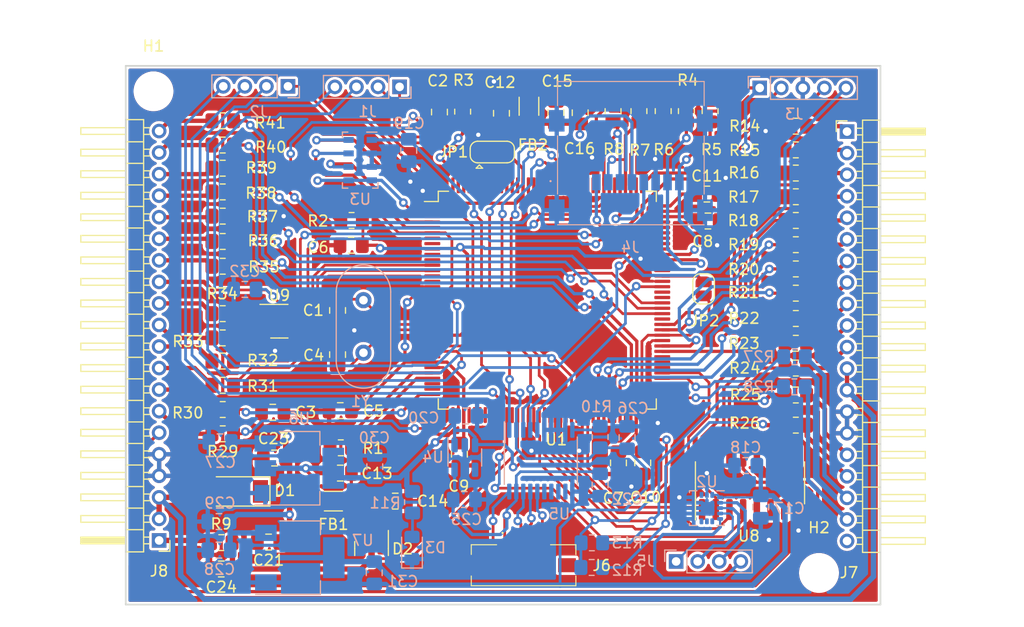
<source format=kicad_pcb>
(kicad_pcb (version 20221018) (generator pcbnew)
  (layers (0 "F.Cu" signal) (31 "B.Cu" signal) (34 "B.Paste" user) (35 "F.Paste" user) (36 "B.SilkS" user "B.Silkscreen") (37 "F.SilkS" user "F.Silkscreen") (38 "B.Mask" user) (39 "F.Mask" user) (44 "Edge.Cuts" user))
  (net 0 "")
  (net 1 "/IO/5V_IN")
  (net 2 "Net-(U1-PH0)")
  (net 3 "Net-(U1-VREF+)")
  (net 4 "/MCU/NRST")
  (net 5 "Net-(U1-PH1)")
  (net 6 "Net-(U1-VCAP1)")
  (net 7 "Net-(C15-Pad1)")
  (net 8 "+3.3VA")
  (net 9 "+5V")
  (net 10 "+1V8")
  (net 11 "/VBAT")
  (net 12 "Net-(U1-VCAP2)")
  (net 13 "/MCU/SWD_SWCLK")
  (net 14 "/MCU/SWD_SWDIO")
  (net 15 "/MCU/SDMMC1_D2")
  (net 16 "Net-(D3-A)")
  (net 17 "/MCU/SDMMC1_D3")
  (net 18 "/MCU/SDMMC1_CMD")
  (net 19 "+3V3")
  (net 20 "Net-(J6-Pin_3)")
  (net 21 "Net-(J6-Pin_4)")
  (net 22 "Net-(J6-Pin_5)")
  (net 23 "/MCU/SDMMC1_CLK")
  (net 24 "/MCU/SDMMC1_D0")
  (net 25 "Net-(J6-Pin_6)")
  (net 26 "Net-(J7-Pin_1)")
  (net 27 "GND")
  (net 28 "/MCU/SDMMC1_D1")
  (net 29 "/ESC1")
  (net 30 "/ESC2")
  (net 31 "/ESC3")
  (net 32 "Net-(J7-Pin_2)")
  (net 33 "Net-(J7-Pin_3)")
  (net 34 "Net-(J7-Pin_4)")
  (net 35 "Net-(J7-Pin_5)")
  (net 36 "Net-(J7-Pin_6)")
  (net 37 "/ESC4")
  (net 38 "/ESC5")
  (net 39 "Net-(J7-Pin_7)")
  (net 40 "/ESC6")
  (net 41 "/MCU/VDDA")
  (net 42 "/ESC7")
  (net 43 "/ESC8")
  (net 44 "/IO/R_LEDn")
  (net 45 "/IO/G_LEDn")
  (net 46 "Net-(J7-Pin_8)")
  (net 47 "/IO/B_LEDn")
  (net 48 "Net-(J7-Pin_9)")
  (net 49 "/CAN2_RX")
  (net 50 "/CAN2_TX")
  (net 51 "Net-(J7-Pin_10)")
  (net 52 "Net-(J7-Pin_11)")
  (net 53 "Net-(J7-Pin_16)")
  (net 54 "Net-(J7-Pin_17)")
  (net 55 "Net-(J7-Pin_18)")
  (net 56 "Net-(J7-Pin_19)")
  (net 58 "Net-(J8-Pin_7)")
  (net 59 "Net-(J8-Pin_8)")
  (net 60 "Net-(J8-Pin_9)")
  (net 61 "Net-(J8-Pin_10)")
  (net 62 "Net-(J8-Pin_11)")
  (net 63 "/IO/BAT")
  (net 64 "/IO/BUZZERn")
  (net 65 "Net-(J8-Pin_12)")
  (net 66 "Net-(J8-Pin_14)")
  (net 67 "Net-(J8-Pin_15)")
  (net 68 "Net-(J8-Pin_16)")
  (net 69 "Net-(J8-Pin_17)")
  (net 70 "Net-(J8-Pin_18)")
  (net 71 "/GPS_RX")
  (net 72 "/GPS_TX")
  (net 73 "/SWITCH1")
  (net 74 "/SWITCH2")
  (net 75 "/USB_DM")
  (net 76 "/SDA")
  (net 77 "Net-(J8-Pin_19)")
  (net 78 "Net-(J8-Pin_20)")
  (net 79 "Net-(JP1-C)")
  (net 80 "Net-(JP2-B)")
  (net 81 "Net-(U1-PDR_ON)")
  (net 82 "Net-(U5-OE)")
  (net 87 "/IO/USB_DM_IN")
  (net 90 "/USB_DP")
  (net 91 "/WATER_PUMP1")
  (net 92 "/FLOW_METER1")
  (net 93 "/SPARE_IO1")
  (net 94 "/SPARE_IO2")
  (net 96 "/CAN1_RX")
  (net 98 "/CAN1_TX")
  (net 112 "/BAR_SCK")
  (net 113 "/BAR_SDO")
  (net 115 "/BAR_SDI")
  (net 116 "/TRIGGER")
  (net 120 "/ECO")
  (net 121 "/MCU/UART7_RX")
  (net 122 "/MCU/SPI5_SCK")
  (net 123 "/MCU/SPI5_MISO")
  (net 124 "/MCU/SPI5_MOSI")
  (net 128 "/MCU/SPI6_SCK")
  (net 129 "/MCU/SPI2_MOSI")
  (net 130 "/MCU/SPI6_MOSI")
  (net 131 "/MCU/SPI2_MISO")
  (net 132 "/MCU/UART4_TX")
  (net 133 "/MCU/UART4_RX")
  (net 134 "/MCU/ADC1_INP3")
  (net 135 "/MCU/ADC1_INP4")
  (net 136 "/MCU/GPIO_PB0")
  (net 137 "/BAR_CSB")
  (net 138 "/MCU/GPIO_PB2")
  (net 139 "/MCU/UART7_TX")
  (net 140 "/MAVLINK_RX")
  (net 141 "/MAVLINK_TX")
  (net 142 "/IMU_CS")
  (net 143 "/MCU/UART6_TX")
  (net 144 "/MCU/UART6_RX")
  (net 145 "/MCU/SPI2_SCK")
  (net 146 "/IMU_SDI")
  (net 147 "/IMU_SDO")
  (net 148 "/IMU_SCL")
  (net 149 "/MCU/GPIO_PB3")
  (net 150 "/MCU/I2C1_SCL")
  (net 151 "/MCU/I2C1_SDA")
  (net 152 "/MCU/UART8_RX")
  (net 153 "/MCU/UART8_TX")
  (net 157 "/IO/USB_VCC")
  (net 158 "/Sensors/IMU_SDO")
  (net 159 "/Sensors/IMU_SDI")
  (net 160 "/Sensors/IMU_SCL")
  (net 161 "/MCU/TIM1_CH1")
  (net 162 "/Sensors/IMU_CS")
  (net 164 "/MCU/SPI6_MISO")
  (net 165 "Net-(#J1-Pin_1)")
  (net 167 "Net-(#J1-Pin_2)")
  (net 168 "Net-(#J1-Pin_3)")
  (net 170 "/R_LED")
  (net 171 "/G_LED")
  (net 172 "/B_LED")
  (net 173 "/BUZZER")
  (net 185 "/IO/USB_DP_IN")
  (net 186 "/MCU/GPIO_PG6")
  (net 187 "/MCU/GPIO_PG7")
  (net 188 "/SCL")
  (net 189 "/MCU/I2C2_SDA")
  (net 190 "/MCU/I2C2_SCL")
  (net 191 "/MCU/GPIO_PB4")
  (net 192 "/MCU/GPIO_PB5")
  (footprint "Resistor_SMD:R_0805_2012Metric_Pad1.20x1.40mm_HandSolder" (layer "F.Cu") (at 112.15 130.55)
    (fp_text reference "R25")
    (fp_text value "100R")
  )
  (footprint "Resistor_SMD:R_0805_2012Metric_Pad1.20x1.40mm_HandSolder" (layer "F.Cu") (at 112.15 133.35)
    (fp_text reference "R26")
    (fp_text value "100R")
  )
  (footprint "Resistor_SMD:R_0805_2012Metric_Pad1.20x1.40mm_HandSolder" (layer "F.Cu") (at 59 123 180)
    (fp_text reference "R34")
    (fp_text value "22R")
  )
  (footprint "Capacitor_SMD:C_0805_2012Metric_Pad1.18x1.45mm_HandSolder" (layer "F.Cu") (at 63.6375 132.15 180)
    (fp_text reference "C3")
    (fp_text value "1uF")
  )
  (footprint "Resistor_SMD:R_0805_2012Metric_Pad1.20x1.40mm_HandSolder" (layer "F.Cu") (at 112.15 128.05)
    (fp_text reference "R24")
    (fp_text value "100R")
  )
  (footprint "Resistor_SMD:R_0805_2012Metric_Pad1.20x1.40mm_HandSolder" (layer "F.Cu") (at 97.6 104.2 90)
    (fp_text reference "R7")
    (fp_text value "47K")
  )
  (footprint "Package_QFP:LQFP-144_20x20mm_P0.5mm" (layer "F.Cu") (at 89.1 121.75)
    (fp_text reference "U1")
    (fp_text value "STM32H743ZITx")
  )
  (footprint "Capacitor_SMD:C_0805_2012Metric_Pad1.18x1.45mm_HandSolder" (layer "F.Cu") (at 69.65 126.8 90)
    (fp_text reference "C4")
    (fp_text value "27pF")
  )
  (footprint "Jumper:SolderJumper-2_P1.3mm_Open_RoundedPad1.0x1.5mm" (layer "F.Cu") (at 103.6 120.7 90)
    (fp_text reference "JP2")
    (fp_text value "Jumper_2_Open")
  )
  (footprint "Resistor_SMD:R_0805_2012Metric_Pad1.20x1.40mm_HandSolder" (layer "F.Cu") (at 59 111.7 180)
    (fp_text reference "R38")
    (fp_text value "100R")
  )
  (footprint "Resistor_SMD:R_0805_2012Metric_Pad1.20x1.40mm_HandSolder" (layer "F.Cu") (at 95.2 104.2 90)
    (fp_text reference "R8")
    (fp_text value "10K")
  )
  (footprint "Package_TO_SOT_SMD:SOT-23" (layer "F.Cu") (at 72.8 144.8 -90)
    (fp_text reference "D2")
    (fp_text value "BAT54S")
  )
  (footprint "Resistor_SMD:R_0805_2012Metric_Pad1.20x1.40mm_HandSolder" (layer "F.Cu") (at 59 118.6 180)
    (fp_text reference "R35")
    (fp_text value "100R")
  )
  (footprint "MountingHole:MountingHole_3.2mm_M3" (layer "F.Cu") (at 52.578 102.362)
    (fp_text reference "H1")
    (fp_text value "MH")
  )
  (footprint "Connector_PinHeader_2.00mm:PinHeader_1x20_P2.00mm_Horizontal" (layer "F.Cu") (at 116.9 106.1)
    (fp_text reference "J7")
    (fp_text value "Conn_01x20")
  )
  (footprint "Resistor_SMD:R_0805_2012Metric_Pad1.20x1.40mm_HandSolder" (layer "F.Cu") (at 104.2 104.2 90)
    (fp_text reference "R5")
    (fp_text value "47K")
  )
  (footprint "Capacitor_SMD:C_0805_2012Metric_Pad1.18x1.45mm_HandSolder" (layer "F.Cu") (at 80.95 136.05 -90)
    (fp_text reference "C9")
    (fp_text value "0.1uF")
  )
  (footprint "Apogee:687108183722" (layer "F.Cu") (at 86.9 146.35)
    (fp_text reference "J6")
    (fp_text value "Conn_01x08" hide)
  )
  (footprint "Capacitor_SMD:C_0805_2012Metric_Pad1.18x1.45mm_HandSolder" (layer "F.Cu") (at 104 114.4)
    (fp_text reference "C8")
    (fp_text value "1uF")
  )
  (footprint "Connector_PinHeader_2.00mm:PinHeader_1x20_P2.00mm_Horizontal" (layer "F.Cu") (at 53.1 144.05 180)
    (fp_text reference "J8")
    (fp_text value "Conn_01x20")
  )
  (footprint "Capacitor_SMD:C_0805_2012Metric_Pad1.18x1.45mm_HandSolder" (layer "F.Cu") (at 63.25 144.2 180)
    (fp_text reference "C21")
    (fp_text value "22uF")
  )
  (footprint "Resistor_SMD:R_0805_2012Metric_Pad1.20x1.40mm_HandSolder" (layer "F.Cu") (at 112.15 121.1)
    (fp_text reference "R21")
    (fp_text value "100R")
  )
  (footprint "Resistor_SMD:R_0805_2012Metric_Pad1.20x1.40mm_HandSolder" (layer "F.Cu") (at 59 113.95 180)
    (fp_text reference "R37")
    (fp_text value "100R")
  )
  (footprint "Resistor_SMD:R_0805_2012Metric_Pad1.20x1.40mm_HandSolder" (layer "F.Cu") (at 59 109.5 180)
    (fp_text reference "R39")
    (fp_text value "100R")
  )
  (footprint "Capacitor_SMD:C_0805_2012Metric_Pad1.18x1.45mm_HandSolder" (layer "F.Cu") (at 63.8 136.4 180)
    (fp_text reference "C23")
    (fp_text value "22uF")
  )
  (footprint "Resistor_SMD:R_0805_2012Metric_Pad1.20x1.40mm_HandSolder" (layer "F.Cu") (at 69.95 135.45 180)
    (fp_text reference "R1")
    (fp_text value "47R")
  )
  (footprint "Capacitor_SMD:C_0805_2012Metric_Pad1.18x1.45mm_HandSolder" (layer "F.Cu") (at 58.8625 146.7 180)
    (fp_text reference "C24")
    (fp_text value "1uF")
  )
  (footprint "Resistor_SMD:R_0805_2012Metric_Pad1.20x1.40mm_HandSolder" (layer "F.Cu") (at 102 104.2 90)
    (fp_text reference "R4")
    (fp_text value "47K")
  )
  (footprint "Resistor_SMD:R_0805_2012Metric_Pad1.20x1.40mm_HandSolder" (layer "F.Cu") (at 59 129.65 180)
    (fp_text reference "R31")
    (fp_text value "100R")
  )
  (footprint "Resistor_SMD:R_0805_2012Metric_Pad1.20x1.40mm_HandSolder" (layer "F.Cu") (at 112.15 116.6)
    (fp_text reference "R19")
    (fp_text value "100R")
  )
  (footprint "Resistor_SMD:R_0805_2012Metric_Pad1.20x1.40mm_HandSolder" (layer "F.Cu") (at 112.15 125.75)
    (fp_text reference "R23")
    (fp_text value "100R")
  )
  (footprint "Jumper:SolderJumper-3_P1.3mm_Bridged12_RoundedPad1.0x1.5mm" (layer "F.Cu") (at 84 108)
    (fp_text reference "JP1")
    (fp_text value "Jumper_3_Bridged12")
  )
  (footprint "Resistor_SMD:R_0805_2012Metric_Pad1.20x1.40mm_HandSolder" (layer "F.Cu") (at 59 105.1 180)
    (fp_text reference "R41")
    (fp_text value "100R")
  )
  (footprint "Resistor_SMD:R_0805_2012Metric_Pad1.20x1.40mm_HandSolder" (layer "F.Cu") (at 99.85 104.2 90)
    (fp_text reference "R6")
    (fp_text value "47K")
  )
  (footprint "Capacitor_SMD:C_0805_2012Metric_Pad1.18x1.45mm_HandSolder" (layer "F.Cu") (at 84.85 104.4 90)
    (fp_text reference "C12")
    (fp_text value "0.1uF")
  )
  (footprint "Resistor_SMD:R_0805_2012Metric_Pad1.20x1.40mm_HandSolder" (layer "F.Cu") (at 112.15 109.95)
    (fp_text reference "R16")
    (fp_text value "100R")
  )
  (footprint "Resistor_SMD:R_0805_2012Metric_Pad1.20x1.40mm_HandSolder" (layer "F.Cu") (at 59 107.35 180)
    (fp_text reference "R40")
    (fp_text value "100R")
  )
  (footprint "Package_SO:SOIC-16_3.9x9.9mm_P1.27mm" (layer "F.Cu") (at 107.9 138.7 90)
    (fp_text reference "U8")
    (fp_text value "ULN2003")
  )
  (footprint "Resistor_SMD:R_0805_2012Metric_Pad1.20x1.40mm_HandSolder" (layer "F.Cu") (at 70.95 114.35)
    (fp_text reference "R2")
    (fp_text value "10K")
  )
  (footprint "Capacitor_SMD:C_0805_2012Metric_Pad1.18x1.45mm_HandSolder" (layer "F.Cu") (at 92.15 104.35 90)
    (fp_text reference "C16")
    (fp_text value "0.1uF")
  )
  (footprint "Inductor_SMD:L_1206_3216Metric_Pad1.22x1.90mm_HandSolder" (layer "F.Cu") (at 69.2625 140.4 180)
    (fp_text reference "FB1")
    (fp_text value "FerriteBead")
  )
  (footprint "Resistor_SMD:R_0805_2012Metric_Pad1.20x1.40mm_HandSolder" (layer "F.Cu") (at 59 134.15 180)
    (fp_text reference "R29")
    (fp_text value "100R")
  )
  (footprint "Resistor_SMD:R_0805_2012Metric_Pad1.20x1.40mm_HandSolder" (layer "F.Cu") (at 112.15 107.8)
    (fp_text reference "R15")
    (fp_text value "100R")
  )
  (footprint "Capacitor_SMD:C_0805_2012Metric_Pad1.18x1.45mm_HandSolder" (layer "F.Cu") (at 103.9 111.9)
    (fp_text reference "C11")
    (fp_text value "0.1uF")
  )
  (footprint "Capacitor_SMD:C_0805_2012Metric_Pad1.18x1.45mm_HandSolder" (layer "F.Cu") (at 70.9125 116.65 180)
    (fp_text reference "C6")
    (fp_text value "0.1uF")
  )
  (footprint "Capacitor_SMD:C_0805_2012Metric_Pad1.18x1.45mm_HandSolder" (layer "F.Cu") (at 69.65 122.7 -90)
    (fp_text reference "C1")
    (fp_text value "27pF")
  )
  (footprint "Capacitor_SMD:C_0805_2012Metric_Pad1.18x1.45mm_HandSolder" (layer "F.Cu") (at 69.9 132 180)
    (fp_text reference "C5")
    (fp_text value "0.1uF")
  )
  (footprint "Resistor_SMD:R_0805_2012Metric_Pad1.20x1.40mm_HandSolder" (layer "F.Cu") (at 58.8625 144.25)
    (fp_text reference "R9")
    (fp_text value "100E")
  )
  (footprint "Resistor_SMD:R_0805_2012Metric_Pad1.20x1.40mm_HandSolder" (layer "F.Cu") (at 112.15 112.15)
    (fp_text reference "R17")
    (fp_text value "100R")
  )
  (footprint "Resistor_SMD:R_0805_2012Metric_Pad1.20x1.40mm_HandSolder" (layer "F.Cu") (at 59 116.3 180)
    (fp_text reference "R36")
    (fp_text value "100R")
  )
  (footprint "Package_TO_SOT_SMD:SOT-23-6" (layer "F.Cu") (at 64.25 123.7)
    (fp_text reference "U9")
    (fp_text value "USBLC6-2SC6")
  )
  (footprint "MountingHole:MountingHole_3.2mm_M3" (layer "F.Cu") (at 114.3 147.066)
    (fp_text reference "H2")
    (fp_text value "MH")
  )
  (footprint "Resistor_SMD:R_0805_2012Metric_Pad1.20x1.40mm_HandSolder" (layer "F.Cu") (at 112.15 105.6)
    (fp_text reference "R14")
    (fp_text value "100R")
  )
  (footprint "Resistor_SMD:R_0805_2012Metric_Pad1.20x1.40mm_HandSolder" (layer "F.Cu") (at 112.15 114.35)
    (fp_text reference "R18")
    (fp_text value "100R")
  )
  (footprint "Diode_SMD:D_SOD-128" (layer "F.Cu") (at 60.3 139.5 180)
    (fp_text reference "D1")
    (fp_text value "PMEG6030EP")
  )
  (footprint "Resistor_SMD:R_0805_2012Metric_Pad1.20x1.40mm_HandSolder" (layer "F.Cu") (at 59 125.25 180)
    (fp_text reference "R33")
    (fp_text value "22R")
  )
  (footprint "Resistor_SMD:R_0805_2012Metric_Pad1.20x1.40mm_HandSolder" (layer "F.Cu") (at 112.15 123.45)
    (fp_text reference "R22")
    (fp_text value "100R")
  )
  (footprint "Capacitor_SMD:C_0805_2012Metric_Pad1.18x1.45mm_HandSolder" (layer "F.Cu") (at 95.7 136.85 -90)
    (fp_text reference "C7")
    (fp_text value "1uF")
  )
  (footprint "Resistor_SMD:R_0805_2012Metric_Pad1.20x1.40mm_HandSolder" (layer "F.Cu") (at 112.15 118.85)
    (fp_text reference "R20")
    (fp_text value "100R")
  )
  (footprint "Capacitor_SMD:C_0805_2012Metric_Pad1.18x1.45mm_HandSolder" (layer "F.Cu") (at 89.9 104.3375 90)
    (fp_text reference "C15")
    (fp_text value "22uF")
  )
  (footprint "Resistor_SMD:R_0805_2012Metric_Pad1.20x1.40mm_HandSolder" (layer "F.Cu") (at 81.25 104.25 -90)
    (fp_text reference "R3")
    (fp_text value "10K")
  )
  (footprint "Capacitor_SMD:C_0805_2012Metric_Pad1.18x1.45mm_HandSolder" (layer "F.Cu") (at 97.95 136.85 -90)
    (fp_text reference "C10")
    (fp_text value "0.1uF")
  )
  (footprint "Capacitor_SMD:C_0805_2012Metric_Pad1.18x1.45mm_HandSolder" (layer "F.Cu") (at 79.1 104.2875 90)
    (fp_text reference "C2")
    (fp_text value "0.1uF")
  )
  (footprint "Resistor_SMD:R_0805_2012Metric_Pad1.20x1.40mm_HandSolder" (layer "F.Cu") (at 59 131.9 180)
    (fp_text reference "R30")
    (fp_text value "100R")
  )
  (footprint "Resistor_SMD:R_0805_2012Metric_Pad1.20x1.40mm_HandSolder" (layer "F.Cu") (at 59 127.4 180)
    (fp_text reference "R32")
    (fp_text value "100R")
  )
  (footprint "Capacitor_SMD:C_0805_2012Metric_Pad1.18x1.45mm_HandSolder" (layer "F.Cu") (at 69.9 137.8 180)
    (fp_text reference "C13")
    (fp_text value "0.1uF")
  )
  (footprint "Inductor_SMD:L_1206_3216Metric_Pad1.22x1.90mm_HandSolder" (layer "F.Cu") (at 87.4 103.75 -90)
    (fp_text reference "FB2")
    (fp_text value "FerriteBead")
  )
  (footprint "Capacitor_SMD:C_0805_2012Metric_Pad1.18x1.45mm_HandSolder" (layer "F.Cu") (at 75 140.4)
    (fp_text reference "C14")
    (fp_text value "1uF")
  )
  (footprint "Connector_PinHeader_2.00mm:PinHeader_1x05_P2.00mm_Vertical" (layer "B.Cu") (at 108.8 102.05 -90)
    (fp_text reference "J3")
    (fp_text value "Conn_01x05")
  )
  (footprint "Resistor_SMD:R_0805_2012Metric_Pad1.20x1.40mm_HandSolder" (layer "B.Cu") (at 93.234 144.272 180)
    (fp_text reference "R13")
    (fp_text value "10K")
  )
  (footprint "Connector_PinHeader_2.00mm:PinHeader_1x04_P2.00mm_Vertical" (layer "B.Cu") (at 65.05 101.9 90)
    (fp_text reference "J2")
    (fp_text value "Conn_01x04")
  )
  (footprint "Capacitor_SMD:C_0805_2012Metric_Pad1.18x1.45mm_HandSolder" (layer "B.Cu") (at 107.5 137.1 180)
    (fp_text reference "C18")
    (fp_text value "0.1uF")
  )
  (footprint "Capacitor_SMD:C_0805_2012Metric_Pad1.18x1.45mm_HandSolder" (layer "B.Cu") (at 61.05 120.75 180)
    (fp_text reference "C32")
    (fp_text value "0.1uF")
  )
  (footprint "Capacitor_SMD:C_0805_2012Metric_Pad1.18x1.45mm_HandSolder" (layer "B.Cu") (at 58.65 142.3 180)
    (fp_text reference "C29")
    (fp_text value "0.1uF")
  )
  (footprint "Capacitor_SMD:C_0805_2012Metric_Pad1.18x1.45mm_HandSolder" (layer "B.Cu") (at 58.75 134.9 180)
    (fp_text reference "C27")
    (fp_text value "0.1uF")
  )
  (footprint "Resistor_SMD:R_0805_2012Metric_Pad1.20x1.40mm_HandSolder" (layer "B.Cu") (at 76.6 140.5 -90)
    (fp_text reference "R11")
    (fp_text value "470R")
  )
  (footprint "Capacitor_SMD:C_0805_2012Metric_Pad1.18x1.45mm_HandSolder" (layer "B.Cu") (at 76.25 107.85 -90)
    (fp_text reference "C19")
    (fp_text value "0.1uF")
  )
  (footprint "Capacitor_SMD:C_0805_2012Metric_Pad1.18x1.45mm_HandSolder" (layer "B.Cu") (at 81.4 140.25)
    (fp_text reference "C25")
    (fp_text value "0.1uF")
  )
  (footprint "Capacitor_SMD:C_0805_2012Metric_Pad1.18x1.45mm_HandSolder" (layer "B.Cu") (at 96.5 134.5 90)
    (fp_text reference "C26")
    (fp_text value "0.1uF")
  )
  (footprint "Resistor_SMD:R_0805_2012Metric_Pad1.20x1.40mm_HandSolder" (layer "B.Cu") (at 112.014 129.794)
    (fp_text reference "R28")
    (fp_text value "100R")
  )
  (footprint "Package_SO:TSSOP-20_4.4x6.5mm_P0.65mm" (layer "B.Cu") (at 88.5 136.65 -90)
    (fp_text reference "U5")
    (fp_text value "TXS0108EPW")
  )
  (footprint "Package_TO_SOT_SMD:SOT-23-5" (layer "B.Cu") (at 81.45 136.35 -90)
    (fp_text reference "U4")
    (fp_text value "NCP161ASN180T1G")
  )
  (footprint "Capacitor_SMD:C_0805_2012Metric_Pad1.18x1.45mm_HandSolder" (layer "B.Cu") (at 94 138.9 -90)
    (fp_text reference "C22")
    (fp_text value "0.1uF")
  )
  (footprint "Crystal:Crystal_HC49-4H_Vertical" (layer "B.Cu") (at 72.05 121.75 -90)
    (fp_text reference "Y1")
    (fp_text value "24Mhz")
  )
  (footprint "Capacitor_SMD:C_0805_2012Metric_Pad1.18x1.45mm_HandSolder" (layer "B.Cu") (at 81.55 132.5)
    (fp_text reference "C20")
    (fp_text value "0.1uF")
  )
  (footprint "Capacitor_SMD:C_0805_2012Metric_Pad1.18x1.45mm_HandSolder" (layer "B.Cu") (at 108.9 140.95 -90)
    (fp_text reference "C17")
    (fp_text value "0.1uF")
  )
  (footprint "Package_LGA:LGA-16_3x3mm_P0.5mm_LayoutBorder3x5y" (layer "B.Cu") (at 103.9 141.05 180)
    (fp_text reference "U2")
    (fp_text value "ICM-20602")
  )
  (footprint "Capacitor_SMD:C_0805_2012Metric_Pad1.18x1.45mm_HandSolder" (layer "B.Cu") (at 73.1 137.2 90)
    (fp_text reference "C30")
    (fp_text value "0.1uF")
  )
  (footprint "Resistor_SMD:R_0805_2012Metric_Pad1.20x1.40mm_HandSolder" (layer "B.Cu") (at 94 134.45 90)
    (fp_text reference "R10")
    (fp_text value "10K")
  )
  (footprint "Capacitor_SMD:C_0805_2012Metric_Pad1.18x1.45mm_HandSolder" (layer "B.Cu") (at 73.05 147.05 -90)
    (fp_text reference "C31")
    (fp_text value "0.1uF")
  )
  (footprint "Connector_PinHeader_2.00mm:PinHeader_1x04_P2.00mm_Vertical" (layer "B.Cu") (at 75.4 101.95 90)
    (fp_text reference "J1")
    (fp_text value "Conn_01x04")
  )
  (footprint "Capacitor_SMD:C_0805_2012Metric_Pad1.18x1.45mm_HandSolder" (layer "B.Cu") (at 58.65 144.95 180)
    (fp_text reference "C28")
    (fp_text value "10uF")
  )
  (footprint "Resistor_SMD:R_0805_2012Metric_Pad1.20x1.40mm_HandSolder" (layer "B.Cu") (at 93.218 146.558 180)
    (fp_text reference "R12")
    (fp_text value "10K")
  )
  (footprint "Package_LGA:LGA-8_3x5mm_P1.25mm" (layer "B.Cu") (at 71.75 108.75 180)
    (fp_text reference "U3")
    (fp_text value "MS5611-01BA")
  )
  (footprint "LED_SMD:LED_0805_2012Metric_Pad1.15x1.40mm_HandSolder" (layer "B.Cu") (at 76.55 144.75 90)
    (fp_text reference "D3")
    (fp_text value "LED")
  )
  (footprint "Package_TO_SOT_SMD:SOT-223-3_TabPin2" (layer "B.Cu") (at 66.15 145.65)
    (fp_text reference "U7")
    (fp_text value "LD1117S33TR_SOT223")
  )
  (footprint "Connector_PinHeader_2.00mm:PinHeader_1x04_P2.00mm_Vertical" (layer "B.Cu") (at 101.05 146 -90)
    (fp_text reference "J5")
    (fp_text value "Conn_01x04")
  )
  (footprint "Apogee:5009010801_sd_molex" (layer "B.Cu") (at 96.85 108.1)
    (fp_text reference locked "J4")
    (fp_text value "5009010801" hide)
  )
  (footprint "Package_TO_SOT_SMD:SOT-223-3_TabPin2" (layer "B.Cu") (at 66.1 137.35)
    (fp_text reference "U6")
    (fp_text value "LD1117S33TR_SOT223")
  )
  (footprint "Resistor_SMD:R_0805_2012Metric_Pad1.20x1.40mm_HandSolder" (layer "B.Cu") (at 112.03 127)
    (fp_text reference "R27")
    (fp_text value "100R")
  )
  (gr_line locked (start 120 100) (end 50 100) (stroke (width 0.15)) (layer "Edge.Cuts"))
  (gr_line locked (start 120 100) (end 120 150) (stroke (width 0.15)) (layer "Edge.Cuts"))
  (gr_line locked (start 120 150) (end 50 150) (stroke (width 0.15)) (layer "Edge.Cuts"))
  (gr_line locked (start 50 100) (end 50 150) (stroke (width 0.15)) (layer "Edge.Cuts"))
  (segment locked (start 57.55 140.05) (end 58.1 139.5) (width 0.5) (layer "F.Cu") (net 1))
  (segment locked (start 53.1 140.05) (end 53.1 142.05) (width 0.5) (layer "F.Cu") (net 1))
  (segment locked (start 116.9 128.1) (end 116.9 130.1) (width 0.4) (layer "F.Cu") (net 1))
  (segment locked (start 53.1 140.05) (end 57.55 140.05) (width 0.5) (layer "F.Cu") (net 1))
  (segment locked (start 117.25 149.5) (end 119.35 147.4) (width 0.5) (layer "B.Cu") (net 1))
  (segment locked (start 119.35 147.4) (end 119.35 132.55) (width 0.5) (layer "B.Cu") (net 1))
  (segment locked (start 55.1 147.3) (end 57.3 149.5) (width 0.5) (layer "B.Cu") (net 1))
  (segment locked (start 119.35 132.55) (end 116.9 130.1) (width 0.5) (layer "B.Cu") (net 1))
  (segment locked (start 55.1 142.05) (end 55.1 147.3) (width 0.5) (layer "B.Cu") (net 1))
  (segment locked (start 53.1 140.05) (end 55.1 142.05) (width 0.5) (layer "B.Cu") (net 1))
  (segment locked (start 57.3 149.5) (end 117.25 149.5) (width 0.5) (layer "B.Cu") (net 1))
  (segment locked (start 69.65 121.6625) (end 71.9625 121.6625) (width 0.25) (layer "F.Cu") (net 2))
  (segment locked (start 71.9625 121.6625) (end 72.05 121.75) (width 0.25) (layer "F.Cu") (net 2))
  (segment locked (start 74.3 124) (end 72.05 121.75) (width 0.25) (layer "F.Cu") (net 2))
  (segment locked (start 78.4375 124) (end 74.3 124) (width 0.25) (layer "F.Cu") (net 2))
  (segment locked (start 71.15 133.95) (end 69 133.95) (width 0.3) (layer "F.Cu") (net 3))
  (segment locked (start 76.6 128.5) (end 71.15 133.95) (width 0.3) (layer "F.Cu") (net 3))
  (segment locked (start 69 133.95) (end 67.45 133.95) (width 0.3) (layer "F.Cu") (net 3))
  (segment locked (start 68.95 135.45) (end 68.95 134) (width 0.3) (layer "F.Cu") (net 3))
  (segment locked (start 65.65 132.15) (end 64.675 132.15) (width 0.3) (layer "F.Cu") (net 3))
  (segment locked (start 68.95 134) (end 69 133.95) (width 0.3) (layer "F.Cu") (net 3))
  (segment locked (start 78.4375 128.5) (end 76.6 128.5) (width 0.3) (layer "F.Cu") (net 3))
  (segment locked (start 67.45 133.95) (end 65.65 132.15) (width 0.3) (layer "F.Cu") (net 3))
  (segment locked (start 81.7 124.35) (end 81.7 117.5) (width 0.3) (layer "F.Cu") (net 4))
  (segment locked (start 72 117.0125) (end 72.0375 117.05) (width 0.254) (layer "F.Cu") (net 4))
  (segment locked (start 72 114.2375) (end 72 116.5) (width 0.254) (layer "F.Cu") (net 4))
  (segment locked (start 78.4375 125) (end 81.05 125) (width 0.3) (layer "F.Cu") (net 4))
  (segment locked (start 71.95 116.65) (end 73.3245 116.65) (width 0.3) (layer "F.Cu") (net 4))
  (segment locked (start 73.3245 116.65) (end 73.6 116.9255) (width 0.3) (layer "F.Cu") (net 4))
  (segment locked (start 81.7 117.5) (end 81.025 116.825) (width 0.3) (layer "F.Cu") (net 4))
  (segment locked (start 81.05 125) (end 81.7 124.35) (width 0.3) (layer "F.Cu") (net 4))
  (via locked (at 73.6 116.9255) (size 0.8) (drill 0.4) (layers "F.Cu" "B.Cu") (net 4))
  (via locked (at 81.025 116.825) (size 0.8) (drill 0.4) (layers "F.Cu" "B.Cu") (net 4))
  (segment locked (start 105.1 119.15) (end 103.25 119.15) (width 0.3) (layer "B.Cu") (net 4))
  (segment locked (start 80.9 116.95) (end 81.025 116.825) (width 0.3) (layer "B.Cu") (net 4))
  (segment locked (start 81.025 116.825) (end 81.15 116.95) (width 0.3) (layer "B.Cu") (net 4))
  (segment locked (start 98 119.45) (end 96.2 117.65) (width 0.3) (layer "B.Cu") (net 4))
  (segment locked (start 91.9 116.95) (end 83.3 116.95) (width 0.3) (layer "B.Cu") (net 4))
  (segment locked (start 103.25 119.15) (end 102.95 119.45) (width 0.3) (layer "B.Cu") (net 4))
  (segment locked (start 116.8 102.05) (end 111.15 107.7) (width 0.3) (layer "B.Cu") (net 4))
  (segment locked (start 73.6245 116.95) (end 80.9 116.95) (width 0.3) (layer "B.Cu") (net 4))
  (segment locked (start 111.15 107.7) (end 111.15 113.1) (width 0.3) (layer "B.Cu") (net 4))
  (segment locked (start 111.15 113.1) (end 105.1 119.15) (width 0.3) (layer "B.Cu") (net 4))
  (segment locked (start 73.6 116.9255) (end 73.6245 116.95) (width 0.3) (layer "B.Cu") (net 4))
  (segment locked (start 92.6 117.65) (end 91.9 116.95) (width 0.3) (layer "B.Cu") (net 4))
  (segment locked (start 102.95 119.45) (end 98 119.45) (width 0.3) (layer "B.Cu") (net 4))
  (segment locked (start 83.175 116.825) (end 81.025 116.825) (width 0.3) (layer "B.Cu") (net 4))
  (segment locked (start 96.2 117.65) (end 92.6 117.65) (width 0.3) (layer "B.Cu") (net 4))
  (segment locked (start 83.3 116.95) (end 83.175 116.825) (width 0.3) (layer "B.Cu") (net 4))
  (segment locked (start 74.18 124.5) (end 72.05 126.63) (width 0.25) (layer "F.Cu") (net 5))
  (segment locked (start 69.65 127.8375) (end 70.8425 127.8375) (width 0.25) (layer "F.Cu") (net 5))
  (segment locked (start 70.8425 127.8375) (end 72.05 126.63) (width 0.25) (layer "F.Cu") (net 5))
  (segment locked (start 78.4375 124.5) (end 74.18 124.5) (width 0.25) (layer "F.Cu") (net 5))
  (segment locked (start 97.35 132.4125) (end 97.35 134.1625) (width 0.3) (layer "F.Cu") (net 6))
  (segment locked (start 97.35 134.1625) (end 95.7 135.8125) (width 0.3) (layer "F.Cu") (net 6))
  (segment locked (start 92.15 105.3875) (end 92.15 106.35) (width 0.3) (layer "F.Cu") (net 7))
  (segment locked (start 92.15 106.35) (end 92.125 106.375) (width 0.3) (layer "F.Cu") (net 7))
  (segment locked (start 87.4 105.4125) (end 92.125 105.4125) (width 0.3) (layer "F.Cu") (net 7))
  (segment locked (start 92.125 105.4125) (end 92.15 105.3875) (width 0.3) (layer "F.Cu") (net 7))
  (via locked (at 92.125 106.375) (size 0.8) (drill 0.4) (layers "F.Cu" "B.Cu") (net 7))
  (segment locked (start 96.95 105.25) (end 96.35 104.65) (width 0.3) (layer "B.Cu") (net 7))
  (segment locked (start 96.35 104.65) (end 93 104.65) (width 0.3) (layer "B.Cu") (net 7))
  (segment locked (start 92.125 106.375) (end 92.05 106.45) (width 0.3) (layer "B.Cu") (net 7))
  (segment locked (start 92.125 105.525) (end 92.125 106.375) (width 0.3) (layer "B.Cu") (net 7))
  (segment locked (start 93 104.65) (end 92.125 105.525) (width 0.3) (layer "B.Cu") (net 7))
  (segment locked (start 96.95 110.8) (end 96.95 105.25) (width 0.3) (layer "B.Cu") (net 7))
  (segment locked (start 85.605908 130.355908) (end 83 127.75) (width 0.254) (layer "F.Cu") (net 8))
  (segment locked (start 83 114.4) (end 82.35 113.75) (width 0.254) (layer "F.Cu") (net 8))
  (segment locked (start 86.578063 130.355908) (end 85.605908 130.355908) (width 0.254) (layer "F.Cu") (net 8))
  (segment locked (start 82.35 113.75) (end 82.3 113.75) (width 0.254) (layer "F.Cu") (net 8))
  (segment locked (start 83 127.75) (end 83 114.4) (width 0.254) (layer "F.Cu") (net 8))
  (via locked (at 82.3 113.75) (size 0.8) (drill 0.4) (layers "F.Cu" "B.Cu") (net 8))
  (via locked (at 86.578063 130.355908) (size 0.8) (drill 0.4) (layers "F.Cu" "B.Cu") (net 8))
  (segment locked (start 105.125 140.05) (end 108.7625 140.05) (width 0.2) (layer "B.Cu") (net 8))
  (segment (start 91.948 141.224) (end 90.288 142.884) (width 0.254) (layer "B.Cu") (net 8))
  (segment locked (start 111.15 145.1903) (end 111.15 141.05) (width 0.5) (layer "B.Cu") (net 8))
  (segment locked (start 96.4125 135.45) (end 96.5 135.5375) (width 0.254) (layer "B.Cu") (net 8))
  (segment locked (start 108.9 137.4625) (end 108.5375 137.1) (width 0.4) (layer "B.Cu") (net 8))
  (segment locked (start 93 136.45) (end 94 135.45) (width 0.254) (layer "B.Cu") (net 8))
  (segment (start 98.298 139.192) (end 96.266 141.224) (width 0.254) (layer "B.Cu") (net 8))
  (segment locked (start 82.3 112.8625) (end 76.25 106.8125) (width 0.3) (layer "B.Cu") (net 8))
  (segment locked (start 104.4 139.825) (end 104.9 139.825) (width 0.2) (layer "B.Cu") (net 8))
  (segment locked (start 82.3 113.75) (end 82.3 112.8625) (width 0.3) (layer "B.Cu") (net 8))
  (segment (start 86.225 135.501) (end 87.174 136.45) (width 0.254) (layer "B.Cu") (net 8))
  (segment locked (start 86.578063 130.355908) (end 86.578063 131.471937) (width 0.254) (layer "B.Cu") (net 8))
  (segment (start 96.5 135.616) (end 98.298 137.414) (width 0.254) (layer "B.Cu") (net 8))
  (segment (start 86.225 135.025) (end 86.225 135.501) (width 0.254) (layer "B.Cu") (net 8))
  (segment locked (start 108.7625 140.05) (end 108.9 139.9125) (width 0.2) (layer "B.Cu") (net 8))
  (segment (start 96.5 135.5375) (end 96.5 135.616) (width 0.254) (layer "B.Cu") (net 8))
  (segment locked (start 104.9 139.825) (end 105.125 140.05) (width 0.2) (layer "B.Cu") (net 8))
  (segment (start 90.288 142.884) (end 90.288 148.2) (width 0.254) (layer "B.Cu") (net 8))
  (segment (start 75.2375 148.2) (end 90.288 148.2) (width 0.5) (layer "B.Cu") (net 8))
  (segment locked (start 73.05 146.0125) (end 75.2375 148.2) (width 0.5) (layer "B.Cu") (net 8))
  (segment locked (start 86.578063 131.471937) (end 86.225 131.825) (width 0.254) (layer "B.Cu") (net 8))
  (segment locked (start 94 135.45) (end 96.4125 135.45) (width 0.254) (layer "B.Cu") (net 8))
  (segment locked (start 73.05 146.0125) (end 69.6625 146.0125) (width 0.5) (layer "B.Cu") (net 8))
  (segment locked (start 76.1875 106.875) (end 76.25 106.8125) (width 0.3) (layer "B.Cu") (net 8))
  (segment locked (start 63 145.65) (end 69.3 145.65) (width 0.5) (layer "B.Cu") (net 8))
  (segment locked (start 108.1403 148.2) (end 111.15 145.1903) (width 0.5) (layer "B.Cu") (net 8))
  (segment locked (start 69.6625 146.0125) (end 69.3 145.65) (width 0.5) (layer "B.Cu") (net 8))
  (segment (start 90.288 148.2) (end 108.1403 148.2) (width 0.5) (layer "B.Cu") (net 8))
  (segment locked (start 86.225 131.825) (end 86.225 133.7875) (width 0.254) (layer "B.Cu") (net 8))
  (segment locked (start 108.9 139.9125) (end 108.9 137.4625) (width 0.4) (layer "B.Cu") (net 8))
  (segment (start 98.298 137.414) (end 98.298 139.192) (width 0.254) (layer "B.Cu") (net 8))
  (segment locked (start 87.65 136.45) (end 93 136.45) (width 0.254) (layer "B.Cu") (net 8))
  (segment (start 96.266 141.224) (end 91.948 141.224) (width 0.254) (layer "B.Cu") (net 8))
  (segment locked (start 111.15 141.05) (end 110.0125 139.9125) (width 0.5) (layer "B.Cu") (net 8))
  (segment locked (start 110.0125 139.9125) (end 108.9 139.9125) (width 0.5) (layer "B.Cu") (net 8))
  (segment locked (start 86.225 133.7875) (end 86.225 135.025) (width 0.254) (layer "B.Cu") (net 8))
  (segment (start 87.174 136.45) (end 87.65 136.45) (width 0.254) (layer "B.Cu") (net 8))
  (segment locked (start 72.825 106.875) (end 76.1875 106.875) (width 0.3) (layer "B.Cu") (net 8))
  (segment locked (start 65.2 143.1) (end 65.2 141.65) (width 0.5) (layer "F.Cu") (net 9))
  (segment locked (start 64.8375 134.5625) (end 65 134.4) (width 0.5) (layer "F.Cu") (net 9))
  (segment locked (start 65.2 138.7) (end 65.2 138.45) (width 0.5) (layer "F.Cu") (net 9))
  (segment locked (start 64.15 139.5) (end 65.2 138.45) (width 0.5) (layer "F.Cu") (net 9))
  (segment locked (start 65.2 141.65) (end 65.2 138.7) (width 0.5) (layer "F.Cu") (net 9))
  (segment locked (start 62.5 139.5) (end 64.15 139.5) (width 0.5) (layer "F.Cu") (net 9))
  (segment locked (start 65.2 136.7625) (end 64.8375 136.4) (width 0.5) (layer "F.Cu") (net 9))
  (segment locked (start 64.2875 144.2) (end 64.2875 144.0125) (width 0.5) (layer "F.Cu") (net 9))
  (segment locked (start 64.2875 144.0125) (end 65.2 143.1) (width 0.5) (layer "F.Cu") (net 9))
  (segment locked (start 64.8375 136.4) (end 64.8375 134.5625) (width 0.5) (layer "F.Cu") (net 9))
  (segment locked (start 65.2 138.45) (end 65.2 136.7625) (width 0.5) (layer "F.Cu") (net 9))
  (via locked (at 65.2 141.65) (size 0.8) (drill 0.4) (layers "F.Cu" "B.Cu") (net 9))
  (via locked (at 65 134.4) (size 0.8) (drill 0.4) (layers "F.Cu" "B.Cu") (net 9))
  (segment locked (start 60.3375 141.65) (end 59.6875 142.3) (width 0.5) (layer "B.Cu") (net 9))
  (segment locked (start 59.775 143.35) (end 59.6875 143.2625) (width 0.5) (layer "B.Cu") (net 9))
  (segment locked (start 62.95 135.05) (end 64.35 135.05) (width 0.5) (layer "B.Cu") (net 9))
  (segment locked (start 62.8 134.9) (end 62.95 135.05) (width 0.5) (layer "B.Cu") (net 9))
  (segment locked (start 59.7875 134.9) (end 62.8 134.9) (width 0.5) (layer "B.Cu") (net 9))
  (segment locked (start 59.6875 143.2625) (end 59.6875 144.95) (width 0.5) (layer "B.Cu") (net 9))
  (segment locked (start 64.35 135.05) (end 65 134.4) (width 0.5) (layer "B.Cu") (net 9))
  (segment locked (start 59.6875 142.3) (end 59.6875 143.2625) (width 0.5) (layer "B.Cu") (net 9))
  (segment locked (start 65.2 141.65) (end 60.3375 141.65) (width 0.5) (layer "B.Cu") (net 9))
  (segment locked (start 63 143.35) (end 59.775 143.35) (width 0.5) (layer "B.Cu") (net 9))
  (segment locked (start 85.65 144.45) (end 85.15 144.45) (width 0.254) (layer "F.Cu") (net 10))
  (segment locked (start 85.15 144.45) (end 85.15 141.926) (width 0.254) (layer "F.Cu") (net 10))
  (segment locked (start 85.15 141.926) (end 85.344 141.732) (width 0.254) (layer "F.Cu") (net 10))
  (via locked (at 85.344 141.732) (size 0.8) (drill 0.4) (layers "F.Cu" "B.Cu") (net 10))
  (segment locked (start 86.225 139.5125) (end 86.225 138.057) (width 0.254) (layer "B.Cu") (net 10))
  (segment locked (start 86.225 139.5125) (end 86.225 140.343) (width 0.254) (layer "B.Cu") (net 10))
  (segment locked (start 86.614 137.668) (end 93.8055 137.668) (width 0.254) (layer "B.Cu") (net 10))
  (segment locked (start 80.3625 141.7125) (end 82.15 143.5) (width 0.3) (layer "B.Cu") (net 10))
  (segment locked (start 85.344 142.906) (end 85.344 141.732) (width 0.3) (layer "B.Cu") (net 10))
  (segment locked (start 80.5 140.1125) (end 80.3625 140.25) (width 0.3) (layer "B.Cu") (net 10))
  (segment locked (start 86.225 138.057) (end 86.614 137.668) (width 0.254) (layer "B.Cu") (net 10))
  (segment locked (start 84.75 143.5) (end 85.344 142.906) (width 0.3) (layer "B.Cu") (net 10))
  (segment locked (start 93.8055 137.668) (end 94 137.8625) (width 0.254) (layer "B.Cu") (net 10))
  (segment locked (start 80.3625 140.25) (end 80.3625 141.7125) (width 0.3) (layer "B.Cu") (net 10))
  (segment locked (start 85.344 141.224) (end 85.344 141.732) (width 0.254) (layer "B.Cu") (net 10))
  (segment locked (start 86.225 140.343) (end 85.344 141.224) (width 0.254) (layer "B.Cu") (net 10))
  (segment locked (start 82.15 143.5) (end 84.75 143.5) (width 0.3) (layer "B.Cu") (net 10))
  (segment locked (start 80.5 137.4875) (end 80.5 140.1125) (width 0.3) (layer "B.Cu") (net 10))
  (segment locked (start 71.8375 146.7) (end 72.8 145.7375) (width 0.5) (layer "F.Cu") (net 11))
  (segment locked (start 76.4125 145.7375) (end 72.8 145.7375) (width 0.25) (layer "F.Cu") (net 11))
  (segment locked (start 86.35 132.4125) (end 86.35 135.8) (width 0.25) (layer "F.Cu") (net 11))
  (segment locked (start 59.9 146.7) (end 59.9 144.2875) (width 0.5) (layer "F.Cu") (net 11))
  (segment locked (start 86.35 135.8) (end 76.4125 145.7375) (width 0.25) (layer "F.Cu") (net 11))
  (segment locked (start 59.9 144.2875) (end 59.8625 144.25) (width 0.5) (layer "F.Cu") (net 11))
  (segment locked (start 59.9 146.7) (end 71.8375 146.7) (width 0.5) (layer "F.Cu") (net 11))
  (segment locked (start 99.7625 114) (end 102.5625 114) (width 0.3) (layer "F.Cu") (net 12))
  (segment locked (start 102.5625 114) (end 102.9625 114.4) (width 0.3) (layer "F.Cu") (net 12))
  (segment locked (start 97.85 111.0875) (end 98.9875 109.95) (width 0.3) (layer "F.Cu") (net 13))
  (segment locked (start 102.9 109.95) (end 110.8 102.05) (width 0.3) (layer "F.Cu") (net 13))
  (segment locked (start 98.9875 109.95) (end 102.9 109.95) (width 0.3) (layer "F.Cu") (net 13))
  (segment locked (start 100.35 110.5) (end 103.25 110.5) (width 0.3) (layer "F.Cu") (net 14))
  (segment locked (start 103.25 110.5) (end 109.95 103.8) (width 0.3) (layer "F.Cu") (net 14))
  (segment locked (start 97.9 113.9) (end 97.9 112.95) (width 0.3) (layer "F.Cu") (net 14))
  (segment locked (start 109.95 103.8) (end 113.05 103.8) (width 0.3) (layer "F.Cu") (net 14))
  (segment locked (start 97.9 112.95) (end 100.35 110.5) (width 0.3) (layer "F.Cu") (net 14))
  (segment locked (start 99.7625 114.5) (end 98.5 114.5) (width 0.3) (layer "F.Cu") (net 14))
  (segment locked (start 113.05 103.8) (end 114.8 102.05) (width 0.3) (layer "F.Cu") (net 14))
  (segment locked (start 98.5 114.5) (end 97.9 113.9) (width 0.3) (layer "F.Cu") (net 14))
  (segment locked (start 96.85 111.0875) (end 96.85 108.2) (width 0.3) (layer "F.Cu") (net 15))
  (segment locked (start 93.7 114.5) (end 94.25 115.05) (width 0.3) (layer "F.Cu") (net 15))
  (segment locked (start 96.4 115.05) (end 97.40048 114.04952) (width 0.3) (layer "F.Cu") (net 15))
  (segment locked (start 96.85 108.2) (end 99.85 105.2) (width 0.3) (layer "F.Cu") (net 15))
  (segment locked (start 96.85 112.2) (end 96.85 111.0875) (width 0.3) (layer "F.Cu") (net 15))
  (segment locked (start 97.40048 112.75048) (end 96.85 112.2) (width 0.3) (layer "F.Cu") (net 15))
  (segment locked (start 94.25 115.05) (end 96.4 115.05) (width 0.3) (layer "F.Cu") (net 15))
  (segment locked (start 97.40048 114.04952) (end 97.40048 112.75048) (width 0.3) (layer "F.Cu") (net 15))
  (segment locked (start 93.7 114.3) (end 93.7 114.5) (width 0.3) (layer "F.Cu") (net 15))
  (via locked (at 93.7 114.3) (size 0.8) (drill 0.4) (layers "F.Cu" "B.Cu") (net 15))
  (segment locked (start 93.7 114.3) (end 93.65 114.25) (width 0.3) (layer "B.Cu") (net 15))
  (segment locked (start 93.65 110.8) (end 93.65 114.25) (width 0.3) (layer "B.Cu") (net 15))
  (segment locked (start 93.65 114.25) (end 93.65 114.05) (width 0.3) (layer "B.Cu") (net 15))
  (segment locked (start 76.6 143.675) (end 76.55 143.725) (width 0.254) (layer "B.Cu") (net 16))
  (segment locked (start 76.6 141.5) (end 76.6 143.675) (width 0.254) (layer "B.Cu") (net 16))
  (segment locked (start 96.35 111.0875) (end 96.35 108.65) (width 0.3) (layer "F.Cu") (net 17))
  (segment locked (start 96.35 106.45) (end 97.6 105.2) (width 0.3) (layer "F.Cu") (net 17))
  (segment locked (start 95.1 108.7) (end 96.3 108.7) (width 0.254) (layer "F.Cu") (net 17))
  (segment locked (start 96.3 108.7) (end 96.35 108.65) (width 0.254) (layer "F.Cu") (net 17))
  (segment locked (start 96.35 108.65) (end 96.35 106.45) (width 0.3) (layer "F.Cu") (net 17))
  (via locked (at 95.1 108.7) (size 0.8) (drill 0.4) (layers "F.Cu" "B.Cu") (net 17))
  (segment locked (start 94.75 109.05) (end 95.1 108.7) (width 0.254) (layer "B.Cu") (net 17))
  (segment locked (start 94.75 110.8) (end 94.75 109.05) (width 0.254) (layer "B.Cu") (net 17))
  (segment locked (start 95.618347 106.287411) (end 94.35 107.555758) (width 0.3) (layer "F.Cu") (net 18))
  (segment locked (start 95.618347 105.768347) (end 95.2 105.35) (width 0.3) (layer "F.Cu") (net 18))
  (segment locked (start 95.2 105.35) (end 95.2 105.2) (width 0.3) (layer "F.Cu") (net 18))
  (segment locked (start 94.35 107.555758) (end 94.35 111.0875) (width 0.3) (layer "F.Cu") (net 18))
  (segment locked (start 95.618347 106.287411) (end 95.618347 105.768347) (width 0.3) (layer "F.Cu") (net 18))
  (via locked (at 95.618347 106.287411) (size 0.8) (drill 0.4) (layers "F.Cu" "B.Cu") (net 18))
  (segment locked (start 95.618347 106.287411) (end 95.85 106.519064) (width 0.3) (layer "B.Cu") (net 18))
  (segment locked (start 95.85 106.519064) (end 95.85 110.8) (width 0.3) (layer "B.Cu") (net 18))
  (segment locked (start 85.3 108) (end 85.3 105.8875) (width 0.3) (layer "F.Cu") (net 19))
  (segment locked (start 97.87652 132.38598) (end 97.85 132.4125) (width 0.254) (layer "F.Cu") (net 19))
  (segment locked (start 67.6 140.4) (end 67.6 138.4) (width 0.3) (layer "F.Cu") (net 19))
  (segment locked (start 80.95 135.0125) (end 80.8115 134.874) (width 0.3) (layer "F.Cu") (net 19))
  (segment locked (start 71.4 132) (end 75.9 127.5) (width 0.3) (layer "F.Cu") (net 19))
  (segment locked (start 99.7625 113) (end 100.5 113) (width 0.3) (layer "F.Cu") (net 19))
  (segment locked (start 95.2 103.2) (end 93.65 104.75) (width 0.3) (layer "F.Cu") (net 19))
  (segment locked (start 86.3 107) (end 85.3 108) (width 0.25) (layer "F.Cu") (net 19))
  (segment locked (start 102.8625 111.9) (end 102.8625 111.7875) (width 0.3) (layer "F.Cu") (net 19))
  (segment locked (start 86.85 112.1) (end 86.2 112.75) (width 0.3) (layer "F.Cu") (net 19))
  (segment locked (start 69.95 114.35) (end 69.95 113.45) (width 0.254) (layer "F.Cu") (net 19))
  (segment locked (start 97.85 134.7) (end 97.85 135.7125) (width 0.3) (layer "F.Cu") (net 19))
  (segment locked (start 102.8625 111.7875) (end 107.15 107.5) (width 0.3) (layer "F.Cu") (net 19))
  (segment locked (start 97.85 132.4125) (end 97.85 134.7) (width 0.3) (layer "F.Cu") (net 19))
  (segment (start 87.85 133.824) (end 87.85 133.217835) (width 0.254) (layer "F.Cu") (net 19))
  (segment locked (start 77.05 121) (end 76.1 121.95) (width 0.25) (layer "F.Cu") (net 19))
  (segment locked (start 91.85 108) (end 90.85 107) (width 0.25) (layer "F.Cu") (net 19))
  (segment locked (start 91.85 111.0875) (end 91.85 108) (width 0.25) (layer "F.Cu") (net 19))
  (segment locked (start 93.65 106.65) (end 92.3 108) (width 0.3) (layer "F.Cu") (net 19))
  (segment locked (start 92.3 108) (end 91.85 108) (width 0.3) (layer "F.Cu") (net 19))
  (segment (start 93.523299 142.037299) (end 88.646 137.16) (width 0.254) (layer "F.Cu") (net 19))
  (segment (start 88.392 136.906) (end 88.392 135.158) (width 0.254) (layer "F.Cu") (net 19))
  (segment locked (start 69.55 114.35) (end 65.3 110.1) (width 0.254) (layer "F.Cu") (net 19))
  (segment locked (start 78.4375 127.5) (end 79.8 127.5) (width 0.3) (layer "F.Cu") (net 19))
  (segment locked (start 79.8 127.5) (end 81.35 129.05) (width 0.3) (layer "F.Cu") (net 19))
  (segment locked (start 80.35 112.2) (end 80.35 111.0875) (width 0.3) (layer "F.Cu") (net 19))
  (segment locked (start 107.8 102.05) (end 108.8 102.05) (width 0.3) (layer "F.Cu") (net 19))
  (segment (start 88.646 137.16) (end 88.392 136.906) (width 0.254) (layer "F.Cu") (net 19))
  (segment locked (start 79.1 105.325) (end 79.175 105.325) (width 0.254) (layer "F.Cu") (net 19))
  (segment locked (start 79.1 105.325) (end 77.325 105.325) (width 0.254) (layer "F.Cu") (net 19))
  (segment locked (start 71.0625 143.8625) (end 71.85 143.8625) (width 0.3) (layer "F.Cu") (net 19))
  (segment locked (start 97.87652 125.57348) (end 97.87652 132.38598) (width 0.254) (layer "F.Cu") (net 19))
  (segment locked (start 80.8115 134.874) (end 78.74 134.874) (width 0.3) (layer "F.Cu") (net 19))
  (segment locked (start 87.85 132.4125) (end 87.85 133.217835) (width 0.254) (layer "F.Cu") (net 19))
  (segment locked (start 67.6 138.4) (end 66.6 137.4) (width 0.3) (layer "F.Cu") (net 19))
  (segment (start 86.5 136.95) (end 86.29 137.16) (width 0.254) (layer "F.Cu") (net 19))
  (segment locked (start 81.25 103.25) (end 83.4375 105.4375) (width 0.254) (layer "F.Cu") (net 19))
  (segment locked (start 86.85 111.0875) (end 86.85 109.55) (width 0.3) (layer "F.Cu") (net 19))
  (segment locked (start 75.3 115.5) (end 78.4375 115.5) (width 0.254) (layer "F.Cu") (net 19))
  (segment locked (start 97.85 135.7125) (end 97.95 135.8125) (width 0.3) (layer "F.Cu") (net 19))
  (segment locked (start 78.4375 121) (end 77.05 121) (width 0.25) (layer "F.Cu") (net 19))
  (segment locked (start 92.85 132.4125) (end 92.85 137.3) (width 0.254) (layer "F.Cu") (net 19))
  (segment locked (start 90.85 107) (end 86.3 107) (width 0.25) (layer "F.Cu") (net 19))
  (segment locked (start 81.35 129.05) (end 81.35 132.4125) (width 0.3) (layer "F.Cu") (net 19))
  (segment locked (start 104.1 123.223057) (end 104.1 121.85) (width 0.254) (layer "F.Cu") (net 19))
  (segment locked (start 65.3 110.1) (end 65.3 108.15) (width 0.254) (layer "F.Cu") (net 19))
  (segment locked (start 80.25 116.1) (end 80.25 120.45) (width 0.254) (layer "F.Cu") (net 19))
  (segment locked (start 75.9 127.5) (end 75.9 126.05) (width 0.3) (layer "F.Cu") (net 19))
  (segment locked (start 100.5 113) (end 101.6 111.9) (width 0.3) (layer "F.Cu") (net 19))
  (segment locked (start 70.55 112.85) (end 72.65 112.85) (width 0.254) (layer "F.Cu") (net 19))
  (segment locked (start 98.7 140.1) (end 98.725 140.075) (width 0.254) (layer "F.Cu") (net 19))
  (segment locked (start 86.85 111.0875) (end 86.85 112.1) (width 0.3) (layer "F.Cu") (net 19))
  (segment (start 88.392 135.128) (end 88.392 134.366) (width 0.254) (layer "F.Cu") (net 19))
  (segment (start 86.29 137.16) (end 85.852 137.16) (width 0.254) (layer "F.Cu") (net 19))
  (segment locked (start 83.4375 105.4375) (end 84.85 105.4375) (width 0.254) (layer "F.Cu") (net 19))
  (segment locked (start 97.85 134.7) (end 100.15 134.7) (width 0.3) (layer "F.Cu") (net 19))
  (segment locked (start 79.65 115.5) (end 80.25 116.1) (width 0.254) (layer "F.Cu") (net 19))
  (segment locked (start 104.2 103.2) (end 106.65 103.2) (width 0.3) (layer "F.Cu") (net 19))
  (segment locked (start 79.175 105.325) (end 81.25 103.25) (width 0.254) (layer "F.Cu") (net 19))
  (segment locked (start 107.15 107.5) (end 107.5 107.5) (width 0.3) (layer "F.Cu") (net 19))
  (segment locked (start 75.9 126.05) (end 75.95 126) (width 0.3) (layer "F.Cu") (net 19))
  (segment locked (start 75.9 127.5) (end 78.4375 127.5) (width 0.3) (layer "F.Cu") (net 19))
  (segment locked (start 80.25 120.45) (end 80.15 120.55) (width 0.254) (layer "F.Cu") (net 19))
  (segment locked (start 98.45 125) (end 97.87652 125.57348) (width 0.254) (layer "F.Cu") (net 19))
  (segment (start 88.392 134.366) (end 87.85 133.824) (width 0.254) (layer "F.Cu") (net 19))
  (segment locked (start 81.35 134.6125) (end 80.95 135.0125) (width 0.3) (layer "F.Cu") (net 19))
  (segment locked (start 92.85 137.3) (end 95.65 140.1) (width 0.254) (layer "F.Cu") (net 19))
  (segment locked (start 81.35 132.4125) (end 81.35 134.6125) (width 0.3) (layer "F.Cu") (net 19))
  (segment locked (start 87.4 102.8875) (end 87.4 102.0875) (width 0.254) (layer "F.Cu") (net 19))
  (segment locked (start 69.95 113.45) (end 70.55 112.85) (width 0.254) (layer "F.Cu") (net 19))
  (segment locked (start 86.85 109.55) (end 85.3 108) (width 0.3) (layer "F.Cu") (net 19))
  (segment locked (start 95.2 103.2) (end 104.2 103.2) (width 0.3) (layer "F.Cu") (net 19))
  (segment locked (start 78.4375 115.5) (end 79.65 115.5) (width 0.254) (layer "F.Cu") (net 19))
  (segment locked (start 86.2 112.75) (end 80.9 112.75) (width 0.3) (layer "F.Cu") (net 19))
  (segment locked (start 93.65 104.75) (end 93.65 106.65) (width 0.3) (layer "F.Cu") (net 19))
  (segment locked (start 101.6 111.9) (end 102.8625 111.9) (width 0.3) (layer "F.Cu") (net 19))
  (segment locked (start 95.65 140.1) (end 98.7 140.1) (width 0.254) (layer "F.Cu") (net 19))
  (segment locked (start 102.323057 125) (end 104.1 123.223057) (width 0.254) (layer "F.Cu") (net 19))
  (segment locked (start 99.7625 125) (end 102.323057 125) (width 0.254) (layer "F.Cu") (net 19))
  (segment locked (start 79.7 121) (end 80.15 120.55) (width 0.25) (layer "F.Cu") (net 19))
  (segment locked (start 80.9 112.75) (end 80.35 112.2) (width 0.3) (layer "F.Cu") (net 19))
  (segment (start 88.436 136.95) (end 86.5 136.95) (width 0.254) (layer "F.Cu") (net 19))
  (segment locked (start 72.65 112.85) (end 75.3 115.5) (width 0.254) (layer "F.Cu") (net 19))
  (segment locked (start 70.9375 132) (end 71.4 132) (width 0.3) (layer "F.Cu") (net 19))
  (segment (start 93.523299 142.148701) (end 93.523299 142.037299) (width 0.254) (layer "F.Cu") (net 19))
  (segment locked (start 104.1 121.85) (end 103.6 121.35) (width 0.254) (layer "F.Cu") (net 19))
  (segment locked (start 98.725 140.075) (end 100.15 138.65) (width 0.254) (layer "F.Cu") (net 19))
  (segment locked (start 84.85 105.4375) (end 87.4 102.8875) (width 0.254) (layer "F.Cu") (net 19))
  (segment locked (start 77.325 105.325) (end 76.65 104.65) (width 0.254) (layer "F.Cu") (net 19))
  (segment locked (start 78.4375 121) (end 79.7 121) (width 0.25) (layer "F.Cu") (net 19))
  (segment locked (start 106.65 103.2) (end 107.8 102.05) (width 0.3) (layer "F.Cu") (net 19))
  (segment locked (start 100.15 138.65) (end 100.15 134.7) (width 0.254) (layer "F.Cu") (net 19))
  (segment locked (start 69.95 114.35) (end 69.55 114.35) (width 0.254) (layer "F.Cu") (net 19))
  (segment (start 88.646 137.16) (end 88.436 136.95) (width 0.254) (layer "F.Cu") (net 19))
  (segment locked (start 99.7625 125) (end 98.45 125) (width 0.254) (layer "F.Cu") (net 19))
  (segment locked (start 85.3 105.8875) (end 84.85 105.4375) (width 0.3) (layer "F.Cu") (net 19))
  (segment locked (start 67.6 140.4) (end 71.0625 143.8625) (width 0.3) (layer "F.Cu") (net 19))
  (via locked (at 66.7 137.35) (size 0.8) (drill 0.4) (layers "F.Cu" "B.Cu") (net 19))
  (via locked (at 107.5 107.5) (size 0.8) (drill 0.4) (layers "F.Cu" "B.Cu") (net 19))
  (via locked (at 65.3 108.15) (size 0.8) (drill 0.4) (layers "F.Cu" "B.Cu") (net 19))
  (via locked (at 100.15 134.7) (size 0.8) (drill 0.4) (layers "F.Cu" "B.Cu") (net 19))
  (via locked (at 75.9 126.05) (size 0.8) (drill 0.4) (layers "F.Cu" "B.Cu") (net 19))
  (via locked (at 78.7 134.95) (size 0.8) (drill 0.4) (layers "F.Cu" "B.Cu") (net 19))
  (via (at 93.523299 142.148701) (size 0.8) (drill 0.4) (layers "F.Cu" "B.Cu") (net 19))
  (via (at 85.933299 137.241299) (size 0.8) (drill 0.4) (layers "F.Cu" "B.Cu") (net 19))
  (via locked (at 98.725 140.075) (size 0.8) (drill 0.4) (layers "F.Cu" "B.Cu") (net 19))
  (via locked (at 76.65 104.65) (size 0.8) (drill 0.4) (layers "F.Cu" "B.Cu") (net 19))
  (via locked (at 76.1 121.95) (size 0.8) (drill 0.4) (layers "F.Cu" "B.Cu") (net 19))
  (segment locked (start 65.3 107.2) (end 65.3 108.15) (width 0.254) (layer "B.Cu") (net 19))
  (segment (start 93.574598 142.2) (end 96.65 142.2) (width 0.254) (layer "B.Cu") (net 19))
  (segment locked (start 73.1 138.2375) (end 70.1375 138.2375) (width 0.5) (layer "B.Cu") (net 19))
  (segment locked (start 75.4125 138.2375) (end 76.075 137.575) (width 0.5) (layer "B.Cu") (net 19))
  (segment (start 92.218 143.454) (end 93.523299 142.148701) (width 0.254) (layer "B.Cu") (net 19))
  (segment locked (start 80.5 135.2125) (end 80.5 133.84) (width 0.3) (layer "B.Cu") (net 19))
  (segment locked (start 76.075 138.975) (end 76.6 139.5) (width 0.5) (layer "B.Cu") (net 19))
  (segment locked (start 76.1 121.95) (end 75.9 122.15) (width 0.3) (layer "B.Cu") (net 19))
  (segment (start 93.523299 142.148701) (end 93.574598 142.2) (width 0.254) (layer "B.Cu") (net 19))
  (segment locked (start 67.25 105.25) (end 65.3 107.2) (width 0.254) (layer "B.Cu") (net 19))
  (segment locked (start 82.4 135.2125) (end 82.4 134.47) (width 0.3) (layer "B.Cu") (net 19))
  (segment locked (start 82.4 135.2125) (end 82.462011 135.150489) (width 0.3) (layer "B.Cu") (net 19))
  (segment locked (start 66.7 137.35) (end 69.25 137.35) (width 0.5) (layer "B.Cu") (net 19))
  (segment locked (start 82.4 134.47) (end 81.77 133.84) (width 0.3) (layer "B.Cu") (net 19))
  (segment locked (start 76.075 137.575) (end 78.7 134.95) (width 0.5) (layer "B.Cu") (net 19))
  (segment locked (start 76.65 104.65) (end 76.05 105.25) (width 0.254) (layer "B.Cu") (net 19))
  (segment (start 92.218 146.558) (end 92.218 143.454) (width 0.254) (layer "B.Cu") (net 19))
  (segment (start 85.100489 135.150489) (end 85.852 135.902) (width 0.3) (layer "B.Cu") (net 19))
  (segment locked (start 81.77 133.84) (end 80.5 133.84) (width 0.3) (layer "B.Cu") (net 19))
  (segment locked (start 80.5125 133.1375) (end 78.7 134.95) (width 0.3) (layer "B.Cu") (net 19))
  (segment locked (start 80.5125 132.5) (end 80.5125 133.1375) (width 0.3) (layer "B.Cu") (net 19))
  (segment locked (start 73.1 138.2375) (end 75.4125 138.2375) (width 0.5) (layer "B.Cu") (net 19))
  (segment (start 85.852 135.902) (end 85.852 137.16) (width 0.3) (layer "B.Cu") (net 19))
  (segment locked (start 82.462011 135.150489) (end 85.100489 135.150489) (width 0.3) (layer "B.Cu") (net 19))
  (segment locked (start 107.5 103.35) (end 107.5 107.5) (width 0.3) (layer "B.Cu") (net 19))
  (segment locked (start 62.95 137.35) (end 66.7 137.35) (width 0.5) (layer "B.Cu") (net 19))
  (segment locked (start 80.5 132.5125) (end 80.5125 132.5) (width 0.3) (layer "B.Cu") (net 19))
  (segment locked (start 70.1375 138.2375) (end 69.25 137.35) (width 0.5) (layer "B.Cu") (net 19))
  (segment locked (start 108.8 102.05) (end 107.5 103.35) (width 0.3) (layer "B.Cu") (net 19))
  (segment locked (start 75.9 122.15) (end 75.9 126.05) (width 0.3) (layer "B.Cu") (net 19))
  (segment locked (start 80.5 133.84) (end 80.5 132.5125) (width 0.3) (layer "B.Cu") (net 19))
  (segment locked (start 96.65 142.2) (end 98.65 140.2) (width 0.254) (layer "B.Cu") (net 19))
  (segment locked (start 76.075 137.575) (end 76.075 138.975) (width 0.5) (layer "B.Cu") (net 19))
  (segment locked (start 76.05 105.25) (end 67.25 105.25) (width 0.254) (layer "B.Cu") (net 19))
  (segment locked (start 84.074 145.288) (end 84.074 142.24) (width 0.254) (layer "F.Cu") (net 20))
  (segment locked (start 86.15 144.45) (end 86.15 145.254) (width 0.254) (layer "F.Cu") (net 20))
  (segment locked (start 85.608 145.796) (end 84.582 145.796) (width 0.254) (layer "F.Cu") (net 20))
  (segment locked (start 86.15 145.254) (end 85.608 145.796) (width 0.254) (layer "F.Cu") (net 20))
  (segment locked (start 84.582 145.796) (end 84.074 145.288) (width 0.254) (layer "F.Cu") (net 20))
  (via locked (at 84.074 142.24) (size 0.8) (drill 0.4) (layers "F.Cu" "B.Cu") (net 20))
  (segment locked (start 84.074 141.0135) (end 84.074 142.24) (width 0.254) (layer "B.Cu") (net 20))
  (segment locked (start 85.575 139.5125) (end 84.074 141.0135) (width 0.254) (layer "B.Cu") (net 20))
  (segment locked (start 86.65 142.53) (end 86.36 142.24) (width 0.254) (layer "F.Cu") (net 21))
  (segment locked (start 86.65 144.45) (end 86.65 142.53) (width 0.254) (layer "F.Cu") (net 21))
  (via locked (at 86.36 142.24) (size 0.8) (drill 0.4) (layers "F.Cu" "B.Cu") (net 21))
  (segment locked (start 86.36 141.478) (end 86.36 142.24) (width 0.254) (layer "B.Cu") (net 21))
  (segment locked (start 86.875 139.5125) (end 86.875 140.963) (width 0.254) (layer "B.Cu") (net 21))
  (segment locked (start 86.875 140.963) (end 86.36 141.478) (width 0.254) (layer "B.Cu") (net 21))
  (segment locked (start 87.15 142.974) (end 87.63 142.494) (width 0.254) (layer "F.Cu") (net 22))
  (segment locked (start 87.63 142.494) (end 87.63 141.986) (width 0.254) (layer "F.Cu") (net 22))
  (segment locked (start 87.15 144.45) (end 87.15 142.974) (width 0.254) (layer "F.Cu") (net 22))
  (via locked (at 87.63 141.986) (size 0.8) (drill 0.4) (layers "F.Cu" "B.Cu") (net 22))
  (segment locked (start 87.525 139.5125) (end 87.525 141.881) (width 0.254) (layer "B.Cu") (net 22))
  (segment locked (start 87.525 141.881) (end 87.63 141.986) (width 0.254) (layer "B.Cu") (net 22))
  (segment locked (start 95.45 114.2) (end 95.85 113.8) (width 0.3) (layer "F.Cu") (net 23))
  (segment locked (start 95.85 113.8) (end 95.85 111.0875) (width 0.3) (layer "F.Cu") (net 23))
  (via locked (at 95.45 114.2) (size 0.8) (drill 0.4) (layers "F.Cu" "B.Cu") (net 23))
  (segment locked (start 97.05 114.2) (end 95.45 114.2) (width 0.3) (layer "B.Cu") (net 23))
  (segment locked (start 98.05 110.8) (end 98.05 113.2) (width 0.3) (layer "B.Cu") (net 23))
  (segment locked (start 98.05 113.2) (end 97.05 114.2) (width 0.3) (layer "B.Cu") (net 23))
  (segment locked (start 103 118) (end 103.35 118.35) (width 0.3) (layer "F.Cu") (net 24))
  (segment locked (start 102 106.7) (end 102 105.2) (width 0.3) (layer "F.Cu") (net 24))
  (segment locked (start 99.7625 118) (end 103 118) (width 0.3) (layer "F.Cu") (net 24))
  (via locked (at 103.35 118.35) (size 0.8) (drill 0.4) (layers "F.Cu" "B.Cu") (net 24))
  (via locked (at 102 106.7) (size 0.8) (drill 0.4) (layers "F.Cu" "B.Cu") (net 24))
  (segment locked (start 101.6 118.35) (end 100.25 117) (width 0.3) (layer "B.Cu") (net 24))
  (segment locked (start 103.35 118.35) (end 101.6 118.35) (width 0.3) (layer "B.Cu") (net 24))
  (segment locked (start 101.9 106.8) (end 101.9 106.6) (width 0.3) (layer "B.Cu") (net 24))
  (segment locked (start 100.25 110.8) (end 100.25 108.45) (width 0.3) (layer "B.Cu") (net 24))
  (segment locked (start 100.25 108.45) (end 101.9 106.8) (width 0.3) (layer "B.Cu") (net 24))
  (segment locked (start 100.25 117) (end 100.25 110.8) (width 0.3) (layer "B.Cu") (net 24))
  (segment locked (start 87.65 143.49) (end 87.65 144.45) (width 0.254) (layer "F.Cu") (net 25))
  (segment locked (start 88.646 141.732) (end 88.646 142.494) (width 0.254) (layer "F.Cu") (net 25))
  (segment locked (start 88.646 142.494) (end 87.65 143.49) (width 0.254) (layer "F.Cu") (net 25))
  (via locked (at 88.646 141.732) (size 0.8) (drill 0.4) (layers "F.Cu" "B.Cu") (net 25))
  (segment locked (start 88.175 139.5125) (end 88.175 141.261) (width 0.254) (layer "B.Cu") (net 25))
  (segment locked (start 88.175 141.261) (end 88.646 141.732) (width 0.254) (layer "B.Cu") (net 25))
  (segment locked (start 116.4 105.6) (end 116.9 106.1) (width 0.4) (layer "F.Cu") (net 26))
  (segment locked (start 113.15 105.6) (end 116.4 105.6) (width 0.4) (layer "F.Cu") (net 26))
  (segment locked (start 66 113.95) (end 68.7 116.65) (width 0.254) (layer "F.Cu") (net 27))
  (segment locked (start 92.35 135.4235) (end 92.35 132.4125) (width 0.254) (layer "F.Cu") (net 27))
  (segment locked (start 101.6 113.5) (end 101.95 113.15) (width 0.254) (layer "F.Cu") (net 27))
  (segment locked (start 63.1125 123.7) (end 63.75 123.7) (width 0.254) (layer "F.Cu") (net 27))
  (segment locked (start 92.05 135.7235) (end 92.35 135.4235) (width 0.254) (layer "F.Cu") (net 27))
  (segment locked (start 98.32804 126.02196) (end 98.32804 132.12804) (width 0.25) (layer "F.Cu") (net 27))
  (segment locked (start 63.75 123.7) (end 64.25 124.2) (width 0.254) (layer "F.Cu") (net 27))
  (segment (start 87.63 135.7235) (end 87.35 135.4435) (width 0.3) (layer "F.Cu") (net 27))
  (segment locked (start 64.25 124.2) (end 64.25 126.05) (width 0.254) (layer "F.Cu") (net 27))
  (segment locked (start 64.65 113.95) (end 66 113.95) (width 0.254) (layer "F.Cu") (net 27))
  (segment locked (start 87.35 112.8) (end 86.85 113.3) (width 0.25) (layer "F.Cu") (net 27))
  (segment locked (start 87.35 111.0875) (end 87.35 112.8) (width 0.25) (layer "F.Cu") (net 27))
  (segment locked (start 64.25 126.05) (end 63.85 126.45) (width 0.254) (layer "F.Cu") (net 27))
  (segment locked (start 98.85 125.5) (end 98.32804 126.02196) (width 0.25) (layer "F.Cu") (net 27))
  (segment locked (start 98.32804 132.12804) (end 99.35 133.15) (width 0.25) (layer "F.Cu") (net 27))
  (segment locked (start 69.2375 123.7375) (end 68.3 122.8) (width 0.254) (layer "F.Cu") (net 27))
  (segment (start 87.35 135.4435) (end 87.35 134.9) (width 0.3) (layer "F.Cu") (net 27))
  (segment locked (start 78.4375 120.5) (end 76.95 120.5) (width 0.254) (layer "F.Cu") (net 27))
  (segment locked (start 80.85 129.4) (end 80.85 132.4125) (width 0.254) (layer "F.Cu") (net 27))
  (segment locked (start 76.95 120.5) (end 76.1 119.65) (width 0.254) (layer "F.Cu") (net 27))
  (segment locked (start 86.85 113.3) (end 86.85 115.85) (width 0.25) (layer "F.Cu") (net 27))
  (segment locked (start 68.3 122.8) (end 68.3 120.2) (width 0.254) (layer "F.Cu") (net 27))
  (segment locked (start 99.7625 125.5) (end 98.85 125.5) (width 0.25) (layer "F.Cu") (net 27))
  (segment locked (start 63.1125 123.7) (end 61.7 123.7) (width 0.254) (layer "F.Cu") (net 27))
  (segment locked (start 68.3 120.2) (end 68.9 119.6) (width 0.254) (layer "F.Cu") (net 27))
  (segment locked (start 76.05 119.6) (end 76.1 119.65) (width 0.254) (layer "F.Cu") (net 27))
  (segment locked (start 69.65 123.7375) (end 69.2375 123.7375) (width 0.254) (layer "F.Cu") (net 27))
  (segment locked (start 78.4375 128) (end 79.45 128) (width 0.254) (layer "F.Cu") (net 27))
  (segment locked (start 99.7625 113.5) (end 101.6 113.5) (width 0.254) (layer "F.Cu") (net 27))
  (segment locked (start 101.95 113.15) (end 103.6875 113.15) (width 0.254) (layer "F.Cu") (net 27))
  (segment locked (start 68.9 119.6) (end 76.05 119.6) (width 0.254) (layer "F.Cu") (net 27))
  (segment locked (start 79.45 128) (end 80.85 129.4) (width 0.254) (layer "F.Cu") (net 27))
  (segment locked (start 87.35 134.9) (end 87.35 132.4125) (width 0.3) (layer "F.Cu") (net 27))
  (segment locked (start 86.85 115.85) (end 87.35 116.35) (width 0.25) (layer "F.Cu") (net 27))
  (segment locked (start 103.6875 113.15) (end 104.9375 111.9) (width 0.254) (layer "F.Cu") (net 27))
  (segment locked (start 68.7 116.65) (end 69.875 116.65) (width 0.254) (layer "F.Cu") (net 27))
  (via locked (at 103.9 137.8) (size 0.8) (drill 0.4) (layers "F.Cu" "B.Cu") (net 27))
  (via locked (at 82.7 106.4) (size 0.8) (drill 0.4) (layers "F.Cu" "B.Cu") (net 27))
  (via locked (at 71.2 124.55) (size 0.8) (drill 0.4) (layers "F.Cu" "B.Cu") (net 27))
  (via (at 87.63 135.7235) (size 0.8) (drill 0.4) (layers "F.Cu" "B.Cu") (net 27))
  (via locked (at 64.65 113.95) (size 0.8) (drill 0.4) (layers "F.Cu" "B.Cu") (net 27))
  (via locked (at 109.65 144) (size 0.8) (drill 0.4) (layers "F.Cu" "B.Cu") (net 27))
  (via locked (at 76.4 110.75) (size 0.8) (drill 0.4) (layers "F.Cu" "B.Cu") (net 27))
  (via locked (at 104.85 116.65) (size 0.8) (drill 0.4) (layers "F.Cu" "B.Cu") (net 27))
  (via locked (at 109.35 106.05) (size 0.8) (drill 0.4) (layers "F.Cu" "B.Cu") (net 27))
  (via locked (at 112.395 143.129) (size 0.8) (drill 0.4) (layers "F.Cu" "B.Cu") (net 27))
  (via locked (at 93.25 108.5) (size 0.8) (drill 0.4) (layers "F.Cu" "B.Cu") (net 27))
  (via locked (at 96.9 139.05) (size 0.8) (drill 0.4) (layers "F.Cu" "B.Cu") (net 27))
  (via locked (at 99.35 133.15) (size 0.8) (drill 0.4) (layers "F.Cu" "B.Cu") (net 27))
  (via locked (at 63.85 126.45) (size 0.8) (drill 0.4) (layers "F.Cu" "B.Cu") (net 27))
  (via locked (at 97.75 117.9) (size 0.8) (drill 0.4) (layers "F.Cu" "B.Cu") (net 27))
  (via locked (at 77.55 111.6) (size 0.8) (drill 0.4) (layers "F.Cu" "B.Cu") (net 27))
  (via locked (at 92.05 135.7235) (size 0.8) (drill 0.4) (layers "F.Cu" "B.Cu") (net 27))
  (via locked (at 99.1 108.65) (size 0.8) (drill 0.4) (layers "F.Cu" "B.Cu") (net 27))
  (via locked (at 105.65 110.4) (size 0.8) (drill 0.4) (layers "F.Cu" "B.Cu") (net 27))
  (via locked (at 84.15 101.45) (size 0.8) (drill 0.4) (layers "F.Cu" "B.Cu") (net 27))
  (via (at 101.346 140.05) (size 0.8) (drill 0.4) (layers "F.Cu" "B.Cu") (net 27))
  (segment locked (start 81.45 136.06) (end 81.788 136.398) (width 0.3) (layer "B.Cu") (net 27))
  (segment (start 87.9265 135.7235) (end 88.825 134.825) (width 0.3) (layer "B.Cu") (net 27))
  (segment locked (start 90.25 135.45) (end 90.775 134.925) (width 0.3) (layer "B.Cu") (net 27))
  (segment locked (start 99.0375 133.4625) (end 99.35 133.15) (width 0.254) (layer "B.Cu") (net 27))
  (segment locked (start 81.788 136.398) (end 83.566 136.398) (width 0.3) (layer "B.Cu") (net 27))
  (segment locked (start 96.5 133.4625) (end 99.0375 133.4625) (width 0.254) (layer "B.Cu") (net 27))
  (segment locked (start 90.25 135.45) (end 90.55 135.75) (width 0.3) (layer "B.Cu") (net 27))
  (segment locked (start 81.45 135.2125) (end 81.45 136.06) (width 0.3) (layer "B.Cu") (net 27))
  (segment (start 87.63 135.7235) (end 87.9265 135.7235) (width 0.3) (layer "B.Cu") (net 27))
  (segment locked (start 103.9 139.825) (end 103.9 137.8) (width 0.2) (layer "B.Cu") (net 27))
  (segment (start 87.9035 135.45) (end 90.25 135.45) (width 0.3) (layer "B.Cu") (net 27))
  (segment (start 87.63 135.7235) (end 87.9035 135.45) (width 0.3) (layer "B.Cu") (net 27))
  (segment locked (start 90.775 134.925) (end 90.775 133.7875) (width 0.3) (layer "B.Cu") (net 27))
  (segment locked (start 92.0235 135.75) (end 92.05 135.7235) (width 0.3) (layer "B.Cu") (net 27))
  (segment locked (start 90.55 135.75) (end 92.0235 135.75) (width 0.3) (layer "B.Cu") (net 27))
  (segment (start 102.675 140.05) (end 101.346 140.05) (width 0.2) (layer "B.Cu") (net 27))
  (segment locked (start 88.825 134.825) (end 88.825 133.7875) (width 0.3) (layer "B.Cu") (net 27))
  (segment locked (start 104.2 106.5) (end 104.2 105.2) (width 0.3) (layer "F.Cu") (net 28))
  (segment locked (start 102.3 117.5) (end 102.75 117.05) (width 0.3) (layer "F.Cu") (net 28))
  (segment locked (start 99.7625 117.5) (end 102.3 117.5) (width 0.3) (layer "F.Cu") (net 28))
  (segment locked (start 102 108.7) (end 104.2 106.5) (width 0.3) (layer "F.Cu") (net 28))
  (via locked (at 102 108.7) (size 0.8) (drill 0.4) (layers "F.Cu" "B.Cu") (net 28))
  (via locked (at 102.75 117.05) (size 0.8) (drill 0.4) (layers "F.Cu" "B.Cu") (net 28))
  (segment locked (start 102.95 116.85) (end 102.75 117.05) (width 0.3) (layer "B.Cu") (net 28))
  (segment locked (start 102.95 115.95) (end 102.95 116.85) (width 0.3) (layer "B.Cu") (net 28))
  (segment locked (start 101.35 109.35) (end 102 108.7) (width 0.3) (layer "B.Cu") (net 28))
  (segment locked (start 101.35 110.8) (end 101.35 114.35) (width 0.3) (layer "B.Cu") (net 28))
  (segment locked (start 101.35 114.35) (end 102.95 115.95) (width 0.3) (layer "B.Cu") (net 28))
  (segment locked (start 101.35 109.35) (end 101.35 110.8) (width 0.3) (layer "B.Cu") (net 28))
  (segment locked (start 93.75 128.2) (end 93.8 128.2) (width 0.3) (layer "F.Cu") (net 29))
  (segment locked (start 93.85 128.25) (end 93.85 132.4125) (width 0.3) (layer "F.Cu") (net 29))
  (segment locked (start 106.45 110.25) (end 111.1 105.6) (width 0.3) (layer "F.Cu") (net 29))
  (segment locked (start 106.15 122) (end 106.45 121.7) (width 0.3) (layer "F.Cu") (net 29))
  (segment locked (start 111.1 105.6) (end 111.15 105.6) (width 0.3) (layer "F.Cu") (net 29))
  (segment locked (start 93.8 128.2) (end 93.85 128.25) (width 0.3) (layer "F.Cu") (net 29))
  (segment locked (start 106.15 122.65) (end 106.15 122) (width 0.3) (layer "F.Cu") (net 29))
  (segment locked (start 106.45 121.7) (end 106.45 110.25) (width 0.3) (layer "F.Cu") (net 29))
  (via locked (at 106.15 122.65) (size 0.8) (drill 0.4) (layers "F.Cu" "B.Cu") (net 29))
  (via locked (at 93.75 128.2) (size 0.8) (drill 0.4) (layers "F.Cu" "B.Cu") (net 29))
  (segment locked (start 103.65 125.95) (end 103.65 124.943572) (width 0.3) (layer "B.Cu") (net 29))
  (segment locked (start 105.943572 122.65) (end 106.15 122.65) (width 0.3) (layer "B.Cu") (net 29))
  (segment locked (start 103.65 124.943572) (end 105.943572 122.65) (width 0.3) (layer "B.Cu") (net 29))
  (segment locked (start 93.75 128.2) (end 94.75 127.2) (width 0.3) (layer "B.Cu") (net 29))
  (segment locked (start 102.4 127.2) (end 103.65 125.95) (width 0.3) (layer "B.Cu") (net 29))
  (segment locked (start 94.75 127.2) (end 102.4 127.2) (width 0.3) (layer "B.Cu") (net 29))
  (segment locked (start 107 111.9) (end 107 123.35) (width 0.3) (layer "F.Cu") (net 30))
  (segment locked (start 94.751238 128.258716) (end 94.85 128.357478) (width 0.3) (layer "F.Cu") (net 30))
  (segment locked (start 106.5 123.85) (end 106.4 123.85) (width 0.3) (layer "F.Cu") (net 30))
  (segment locked (start 107 123.35) (end 106.5 123.85) (width 0.3) (layer "F.Cu") (net 30))
  (segment locked (start 111.15 107.8) (end 111.1 107.8) (width 0.3) (layer "F.Cu") (net 30))
  (segment locked (start 111.1 107.8) (end 107 111.9) (width 0.3) (layer "F.Cu") (net 30))
  (segment locked (start 94.85 128.357478) (end 94.85 132.4125) (width 0.3) (layer "F.Cu") (net 30))
  (via locked (at 106.5 123.85) (size 0.8) (drill 0.4) (layers "F.Cu" "B.Cu") (net 30))
  (via locked (at 94.751238 128.258716) (size 0.8) (drill 0.4) (layers "F.Cu" "B.Cu") (net 30))
  (segment locked (start 103.05 127.7) (end 104.3 126.45) (width 0.3) (layer "B.Cu") (net 30))
  (segment locked (start 95.309954 127.7) (end 103.05 127.7) (width 0.3) (layer "B.Cu") (net 30))
  (segment locked (start 105.45 123.85) (end 106.5 123.85) (width 0.3) (layer "B.Cu") (net 30))
  (segment locked (start 104.3 125) (end 105.45 123.85) (width 0.3) (layer "B.Cu") (net 30))
  (segment locked (start 104.3 126.45) (end 104.3 125) (width 0.3) (layer "B.Cu") (net 30))
  (segment locked (start 94.751238 128.258716) (end 95.309954 127.7) (width 0.3) (layer "B.Cu") (net 30))
  (segment locked (start 110.5 109.95) (end 107.49952 112.95048) (width 0.3) (layer "F.Cu") (net 31))
  (segment locked (start 111.15 109.95) (end 110.5 109.95) (width 0.3) (layer "F.Cu") (net 31))
  (segment locked (start 95.35 128.8995) (end 95.35 132.4125) (width 0.3) (layer "F.Cu") (net 31))
  (segment locked (start 105.800481 124.799519) (end 105.3 125.3) (width 0.3) (layer "F.Cu") (net 31))
  (segment locked (start 107.49952 124.00048) (end 106.700481 124.799519) (width 0.3) (layer "F.Cu") (net 31))
  (segment locked (start 106.700481 124.799519) (end 105.800481 124.799519) (width 0.3) (layer "F.Cu") (net 31))
  (segment locked (start 95.8 128.4495) (end 95.35 128.8995) (width 0.3) (layer "F.Cu") (net 31))
  (segment locked (start 107.49952 112.95048) (end 107.49952 124.00048) (width 0.3) (layer "F.Cu") (net 31))
  (via locked (at 105.3 125.3) (size 0.8) (drill 0.4) (layers "F.Cu" "B.Cu") (net 31))
  (via locked (at 95.8 128.4495) (size 0.8) (drill 0.4) (layers "F.Cu" "B.Cu") (net 31))
  (segment locked (start 95.9995 128.25) (end 103.65 128.25) (width 0.3) (layer "B.Cu") (net 31))
  (segment locked (start 95.8 128.4495) (end 95.9995 128.25) (width 0.3) (layer "B.Cu") (net 31))
  (segment locked (start 103.65 128.25) (end 105.3 126.6) (width 0.3) (layer "B.Cu") (net 31))
  (segment locked (start 105.3 126.6) (end 105.3 125.3) (width 0.3) (layer "B.Cu") (net 31))
  (segment locked (start 116.6 107.8) (end 116.9 108.1) (width 0.4) (layer "F.Cu") (net 32))
  (segment locked (start 113.15 107.8) (end 116.6 107.8) (width 0.4) (layer "F.Cu") (net 32))
  (segment locked (start 116.75 109.95) (end 116.9 110.1) (width 0.4) (layer "F.Cu") (net 33))
  (segment locked (start 113.15 109.95) (end 116.75 109.95) (width 0.4) (layer "F.Cu") (net 33))
  (segment locked (start 113.15 112.15) (end 116.85 112.15) (width 0.4) (layer "F.Cu") (net 34))
  (segment locked (start 116.85 112.15) (end 116.9 112.1) (width 0.4) (layer "F.Cu") (net 34))
  (segment locked (start 113.15 114.35) (end 116.65 114.35) (width 0.4) (layer "F.Cu") (net 35))
  (segment locked (start 116.65 114.35) (end 116.9 114.1) (width 0.4) (layer "F.Cu") (net 35))
  (segment locked (start 116.4 116.6) (end 116.9 116.1) (width 0.4) (layer "F.Cu") (net 36))
  (segment locked (start 113.15 116.6) (end 116.4 116.6) (width 0.4) (layer "F.Cu") (net 36))
  (segment locked (start 95.85 129.653178) (end 95.85 132.4125) (width 0.3) (layer "F.Cu") (net 37))
  (segment locked (start 96.100381 129.402797) (end 95.85 129.653178) (width 0.3) (layer "F.Cu") (net 37))
  (segment locked (start 107.99904 124.30096) (end 106.75 125.55) (width 0.3) (layer "F.Cu") (net 37))
  (segment locked (start 111.15 112.15) (end 109.1 112.15) (width 0.3) (layer "F.Cu") (net 37))
  (segment locked (start 107.99904 113.25096) (end 107.99904 124.30096) (width 0.3) (layer "F.Cu") (net 37))
  (segment locked (start 106.75 125.55) (end 106.4 125.55) (width 0.3) (layer "F.Cu") (net 37))
  (segment locked (start 109.1 112.15) (end 107.99904 113.25096) (width 0.3) (layer "F.Cu") (net 37))
  (via locked (at 106.4 125.55) (size 0.8) (drill 0.4) (layers "F.Cu" "B.Cu") (net 37))
  (via locked (at 96.100381 129.402797) (size 0.8) (drill 0.4) (layers "F.Cu" "B.Cu") (net 37))
  (segment locked (start 96.603178 128.9) (end 104.35 128.9) (width 0.3) (layer "B.Cu") (net 37))
  (segment locked (start 106.4 126.85) (end 106.4 125.55) (width 0.3) (layer "B.Cu") (net 37))
  (segment locked (start 104.35 128.9) (end 106.4 126.85) (width 0.3) (layer "B.Cu") (net 37))
  (segment locked (start 96.100381 129.402797) (end 96.603178 128.9) (width 0.3) (layer "B.Cu") (net 37))
  (segment locked (start 108.55 116) (end 108.55 124.7) (width 0.3) (layer "F.Cu") (net 38))
  (segment locked (start 106.75 126.5) (end 99.7625 126.5) (width 0.3) (layer "F.Cu") (net 38))
  (segment locked (start 108.55 124.7) (end 106.75 126.5) (width 0.3) (layer "F.Cu") (net 38))
  (segment locked (start 110.2 114.35) (end 108.55 116) (width 0.3) (layer "F.Cu") (net 38))
  (segment locked (start 111.15 114.35) (end 110.2 114.35) (width 0.3) (layer "F.Cu") (net 38))
  (segment locked (start 113.15 118.85) (end 116.15 118.85) (width 0.4) (layer "F.Cu") (net 39))
  (segment locked (start 116.15 118.85) (end 116.9 118.1) (width 0.4) (layer "F.Cu") (net 39))
  (segment locked (start 102.3505 126) (end 99.7625 126) (width 0.3) (layer "F.Cu") (net 40))
  (segment locked (start 111.15 116.6) (end 109.65 116.6) (width 0.3) (layer "F.Cu") (net 40))
  (segment locked (start 102.9005 125.45) (end 102.9005 125.3005) (width 0.3) (layer "F.Cu") (net 40))
  (segment locked (start 102.9005 125.45) (end 102.3505 126) (width 0.3) (layer "F.Cu") (net 40))
  (segment locked (start 102.9005 125.3005) (end 102.9 125.3) (width 0.3) (layer "F.Cu") (net 40))
  (via locked (at 109.65 116.6) (size 0.8) (drill 0.4) (layers "F.Cu" "B.Cu") (net 40))
  (via locked (at 102.9005 125.45) (size 0.8) (drill 0.4) (layers "F.Cu" "B.Cu") (net 40))
  (segment locked (start 102.9005 125.45) (end 102.25 125.45) (width 0.3) (layer "B.Cu") (net 40))
  (segment locked (start 104.05 119.8) (end 106.45 119.8) (width 0.3) (layer "B.Cu") (net 40))
  (segment locked (start 101.35 122.5) (end 104.05 119.8) (width 0.3) (layer "B.Cu") (net 40))
  (segment locked (start 101.35 124.55) (end 101.35 122.5) (width 0.3) (layer "B.Cu") (net 40))
  (segment locked (start 106.45 119.8) (end 109.65 116.6) (width 0.3) (layer "B.Cu") (net 40))
  (segment locked (start 102.25 125.45) (end 101.35 124.55) (width 0.3) (layer "B.Cu") (net 40))
  (segment locked (start 70.95 135.45) (end 70.95 135.05) (width 0.3) (layer "F.Cu") (net 41))
  (segment locked (start 70.95 135.05) (end 77 129) (width 0.3) (layer "F.Cu") (net 41))
  (segment locked (start 70.925 140.4) (end 70.925 135.475) (width 0.3) (layer "F.Cu") (net 41))
  (segment locked (start 70.925 135.475) (end 70.95 135.45) (width 0.3) (layer "F.Cu") (net 41))
  (segment locked (start 70.925 140.4) (end 73.9625 140.4) (width 0.3) (layer "F.Cu") (net 41))
  (segment locked (start 77 129) (end 78.4375 129) (width 0.3) (layer "F.Cu") (net 41))
  (segment locked (start 101.5 124.5) (end 99.7625 124.5) (width 0.3) (layer "F.Cu") (net 42))
  (segment locked (start 102.25 123.75) (end 101.5 124.5) (width 0.3) (layer "F.Cu") (net 42))
  (segment locked (start 111.15 118.85) (end 109.7 118.85) (width 0.3) (layer "F.Cu") (net 42))
  (via locked (at 109.7 118.85) (size 0.8) (drill 0.4) (layers "F.Cu" "B.Cu") (net 42))
  (via locked (at 102.25 123.75) (size 0.8) (drill 0.4) (layers "F.Cu" "B.Cu") (net 42))
  (segment locked (start 104.35 120.5) (end 108.05 120.5) (width 0.3) (layer "B.Cu") (net 42))
  (segment locked (start 102.25 122.6) (end 104.35 120.5) (width 0.3) (layer "B.Cu") (net 42))
  (segment locked (start 108.05 120.5) (end 109.7 118.85) (width 0.3) (layer "B.Cu") (net 42))
  (segment locked (start 102.25 123.75) (end 102.25 122.6) (width 0.3) (layer "B.Cu") (net 42))
  (segment locked (start 102 122.9) (end 100.9 124) (width 0.3) (layer "F.Cu") (net 43))
  (segment locked (start 111.15 121.1) (end 109.75 121.1) (width 0.3) (layer "F.Cu") (net 43))
  (segment locked (start 100.9 124) (end 99.7625 124) (width 0.3) (layer "F.Cu") (net 43))
  (segment locked (start 109.75 121.1) (end 109.7 121.05) (width 0.3) (layer "F.Cu") (net 43))
  (segment locked (start 103.05 122.9) (end 102 122.9) (width 0.3) (layer "F.Cu") (net 43))
  (via locked (at 103.05 122.9) (size 0.8) (drill 0.4) (layers "F.Cu" "B.Cu") (net 43))
  (via locked (at 109.7 121.05) (size 0.8) (drill 0.4) (layers "F.Cu" "B.Cu") (net 43))
  (segment locked (start 105.3 121.05) (end 109.7 121.05) (width 0.3) (layer "B.Cu") (net 43))
  (segment locked (start 103.45 122.9) (end 105.3 121.05) (width 0.3) (layer "B.Cu") (net 43))
  (segment locked (start 103.05 122.9) (end 103.45 122.9) (width 0.3) (layer "B.Cu") (net 43))
  (segment locked (start 103.455 134.445) (end 104.85 133.05) (width 0.3) (layer "F.Cu") (net 44))
  (segment locked (start 110.85 123.45) (end 111.15 123.45) (width 0.3) (layer "F.Cu") (net 44))
  (segment locked (start 103.455 136.225) (end 103.455 134.445) (width 0.3) (layer "F.Cu") (net 44))
  (segment locked (start 104.85 133.05) (end 104.85 129.45) (width 0.3) (layer "F.Cu") (net 44))
  (segment locked (start 104.85 129.45) (end 110.85 123.45) (width 0.3) (layer "F.Cu") (net 44))
  (segment locked (start 104.725 134.175) (end 105.475 133.425) (width 0.3) (layer "F.Cu") (net 45))
  (segment locked (start 105.475 133.425) (end 105.475 129.925) (width 0.3) (layer "F.Cu") (net 45))
  (segment locked (start 109.65 125.75) (end 111.15 125.75) (width 0.3) (layer "F.Cu") (net 45))
  (segment locked (start 104.725 136.225) (end 104.725 134.175) (width 0.3) (layer "F.Cu") (net 45))
  (segment locked (start 105.475 129.925) (end 109.65 125.75) (width 0.3) (layer "F.Cu") (net 45))
  (segment locked (start 115.9 121.1) (end 116.9 120.1) (width 0.4) (layer "F.Cu") (net 46))
  (segment locked (start 113.15 121.1) (end 115.9 121.1) (width 0.4) (layer "F.Cu") (net 46))
  (segment locked (start 111.15 128.05) (end 108.6 128.05) (width 0.3) (layer "F.Cu") (net 47))
  (segment locked (start 108.6 128.05) (end 105.995 130.655) (width 0.3) (layer "F.Cu") (net 47))
  (segment locked (start 105.995 130.655) (end 105.995 136.225) (width 0.3) (layer "F.Cu") (net 47))
  (segment locked (start 113.15 123.45) (end 115.55 123.45) (width 0.4) (layer "F.Cu") (net 48))
  (segment locked (start 115.55 123.45) (end 116.9 122.1) (width 0.4) (layer "F.Cu") (net 48))
  (segment locked (start 115.25 125.75) (end 116.9 124.1) (width 0.4) (layer "F.Cu") (net 51))
  (segment locked (start 113.15 125.75) (end 115.25 125.75) (width 0.4) (layer "F.Cu") (net 51))
  (segment locked (start 113.15 128.05) (end 114.95 128.05) (width 0.4) (layer "F.Cu") (net 52))
  (segment locked (start 114.95 128.05) (end 116.9 126.1) (width 0.4) (layer "F.Cu") (net 52))
  (segment locked (start 113.55 130.55) (end 113.15 130.55) (width 0.4) (layer "F.Cu") (net 53))
  (segment locked (start 114.85 131.85) (end 113.55 130.55) (width 0.4) (layer "F.Cu") (net 53))
  (segment locked (start 116.9 136.1) (end 114.85 134.05) (width 0.4) (layer "F.Cu") (net 53))
  (segment locked (start 114.85 134.05) (end 114.85 131.85) (width 0.4) (layer "F.Cu") (net 53))
  (segment locked (start 113.15 134.35) (end 113.15 133.35) (width 0.4) (layer "F.Cu") (net 54))
  (segment locked (start 116.9 138.1) (end 113.15 134.35) (width 0.4) (layer "F.Cu") (net 54))
  (segment (start 114.808 128.778) (end 113.03 127) (width 0.4) (layer "B.Cu") (net 55))
  (segment (start 116.9 140.1) (end 114.808 138.008) (width 0.4) (layer "B.Cu") (net 55))
  (segment (start 114.808 138.008) (end 114.808 128.778) (width 0.4) (layer "B.Cu") (net 55))
  (segment (start 113.284 138.484) (end 116.9 142.1) (width 0.4) (layer "B.Cu") (net 56))
  (segment (start 113.014 129.794) (end 113.284 130.064) (width 0.4) (layer "B.Cu") (net 56))
  (segment (start 113.284 130.064) (end 113.284 138.484) (width 0.4) (layer "B.Cu") (net 56))
  (segment locked (start 55.2 134.15) (end 58 134.15) (width 0.4) (layer "F.Cu") (net 58))
  (segment locked (start 53.1 132.05) (end 55.2 134.15) (width 0.4) (layer "F.Cu") (net 58))
  (segment locked (start 56.15 130.05) (end 58 131.9) (width 0.4) (layer "F.Cu") (net 59))
  (segment locked (start 53.1 130.05) (end 56.15 130.05) (width 0.4) (layer "F.Cu") (net 59))
  (segment locked (start 53.1 128.05) (end 56.4 128.05) (width 0.4) (layer "F.Cu") (net 60))
  (segment locked (start 56.4 128.05) (end 58 129.65) (width 0.4) (layer "F.Cu") (net 60))
  (segment locked (start 56.65 126.05) (end 58 127.4) (width 0.4) (layer "F.Cu") (net 61))
  (segment locked (start 53.1 126.05) (end 56.65 126.05) (width 0.4) (layer "F.Cu") (net 61))
  (segment locked (start 53.1 124.05) (end 54.3 125.25) (width 0.4) (layer "F.Cu") (net 62))
  (segment locked (start 54.3 125.25) (end 58 125.25) (width 0.4) (layer "F.Cu") (net 62))
  (segment locked (start 53.1 144.05) (end 57.6625 144.05) (width 0.5) (layer "F.Cu") (net 63))
  (segment locked (start 57.6625 144.05) (end 57.8625 144.25) (width 0.5) (layer "F.Cu") (net 63))
  (segment locked (start 107.265 136.225) (end 107.265 137.415) (width 0.3) (layer "F.Cu") (net 64))
  (segment locked (start 50.55 136.6) (end 53.1 134.05) (width 0.3) (layer "F.Cu") (net 64))
  (segment (start 108.839 148.59) (end 114.173 143.256) (width 0.3) (layer "F.Cu") (net 64))
  (segment locked (start 53.55 148.8) (end 50.55 145.8) (width 0.3) (layer "F.Cu") (net 64))
  (segment (start 108.839 148.59) (end 108.629 148.8) (width 0.3) (layer "F.Cu") (net 64))
  (segment locked (start 107.265 137.415) (end 108.5 138.65) (width 0.3) (layer "F.Cu") (net 64))
  (segment (start 114.173 139.273) (end 113.55 138.65) (width 0.3) (layer "F.Cu") (net 64))
  (segment (start 108.629 148.8) (end 53.55 148.8) (width 0.3) (layer "F.Cu") (net 64))
  (segment locked (start 108.5 138.65) (end 113.55 138.65) (width 0.3) (layer "F.Cu") (net 64))
  (segment (start 114.173 143.256) (end 114.173 139.273) (width 0.3) (layer "F.Cu") (net 64))
  (segment locked (start 50.55 145.8) (end 50.55 136.6) (width 0.3) (layer "F.Cu") (net 64))
  (segment locked (start 53.1 122.05) (end 57.05 122.05) (width 0.4) (layer "F.Cu") (net 65))
  (segment locked (start 57.05 122.05) (end 58 123) (width 0.4) (layer "F.Cu") (net 65))
  (segment locked (start 53.1 118.05) (end 57.45 118.05) (width 0.4) (layer "F.Cu") (net 66))
  (segment locked (start 57.45 118.05) (end 58 118.6) (width 0.4) (layer "F.Cu") (net 66))
  (segment locked (start 57.75 116.05) (end 58 116.3) (width 0.4) (layer "F.Cu") (net 67))
  (segment locked (start 53.1 116.05) (end 57.75 116.05) (width 0.4) (layer "F.Cu") (net 67))
  (segment locked (start 53.1 114.05) (end 57.9 114.05) (width 0.4) (layer "F.Cu") (net 68))
  (segment locked (start 57.9 114.05) (end 58 113.95) (width 0.4) (layer "F.Cu") (net 68))
  (segment locked (start 53.1 112.05) (end 57.65 112.05) (width 0.4) (layer "F.Cu") (net 69))
  (segment locked (start 57.65 112.05) (end 58 111.7) (width 0.4) (layer "F.Cu") (net 69))
  (segment locked (start 57.45 110.05) (end 53.1 110.05) (width 0.4) (layer "F.Cu") (net 70))
  (segment locked (start 58 109.5) (end 57.45 110.05) (width 0.4) (layer "F.Cu") (net 70))
  (segment locked (start 60 134.15) (end 60.9 134.15) (width 0.25) (layer "F.Cu") (net 71))
  (segment locked (start 79.8 133.65) (end 76.8 133.65) (width 0.25) (layer "F.Cu") (net 71))
  (segment locked (start 60.9 134.15) (end 61.1 133.95) (width 0.25) (layer "F.Cu") (net 71))
  (segment locked (start 80.35 132.4125) (end 80.35 133.1) (width 0.25) (layer "F.Cu") (net 71))
  (segment locked (start 80.35 133.1) (end 79.8 133.65) (width 0.25) (layer "F.Cu") (net 71))
  (via locked (at 76.8 133.65) (size 0.8) (drill 0.4) (layers "F.Cu" "B.Cu") (net 71))
  (via locked (at 61.1 133.95) (size 0.8) (drill 0.4) (layers "F.Cu" "B.Cu") (net 71))
  (segment locked (start 76.8 133.65) (end 75.4 133.65) (width 0.25) (layer "B.Cu") (net 71))
  (segment locked (start 62.650978 132.95) (end 61.650978 133.95) (width 0.25) (layer "B.Cu") (net 71))
  (segment locked (start 74.7 132.95) (end 62.650978 132.95) (width 0.25) (layer "B.Cu") (net 71))
  (segment locked (start 75.4 133.65) (end 74.7 132.95) (width 0.25) (layer "B.Cu") (net 71))
  (segment locked (start 61.650978 133.95) (end 61.1 133.95) (width 0.25) (layer "B.Cu") (net 71))
  (segment locked (start 77.25 130.5) (end 75.55 132.2) (width 0.3) (layer "F.Cu") (net 72))
  (segment locked (start 60 131.9) (end 60.9 131.9) (width 0.25) (layer "F.Cu") (net 72))
  (segment locked (start 78.4375 130.5) (end 77.25 130.5) (width 0.3) (layer "F.Cu") (net 72))
  (segment locked (start 60.9 131.9) (end 61.15 132.15) (width 0.25) (layer "F.Cu") (net 72))
  (via locked (at 61.15 132.15) (size 0.8) (drill 0.4) (layers "F.Cu" "B.Cu") (net 72))
  (via locked (at 75.55 132.2) (size 0.8) (drill 0.4) (layers "F.Cu" "B.Cu") (net 72))
  (segment locked (start 61.2 132.2) (end 61.15 132.15) (width 0.3) (layer "B.Cu") (net 72))
  (segment locked (start 75.55 132.2) (end 61.2 132.2) (width 0.3) (layer "B.Cu") (net 72))
  (segment locked (start 78.4375 119) (end 68.6 119) (width 0.25) (layer "F.Cu") (net 73))
  (segment locked (start 65.15 128) (end 61.65 128) (width 0.25) (layer "F.Cu") (net 73))
  (segment locked (start 61.65 128) (end 60 129.65) (width 0.25) (layer "F.Cu") (net 73))
  (segment locked (start 68.6 119) (end 67.79904 119.80096) (width 0.25) (layer "F.Cu") (net 73))
  (segment locked (start 67.79904 119.80096) (end 67.79904 125.35096) (width 0.25) (layer "F.Cu") (net 73))
  (segment locked (start 67.79904 125.35096) (end 65.15 128) (width 0.25) (layer "F.Cu") (net 73))
  (segment locked (start 67.34952 119.614762) (end 68.464282 118.5) (width 0.25) (layer "F.Cu") (net 74))
  (segment locked (start 67.34952 125.10048) (end 67.34952 119.614762) (width 0.25) (layer "F.Cu") (net 74))
  (segment locked (start 68.464282 118.5) (end 78.4375 118.5) (width 0.25) (layer "F.Cu") (net 74))
  (segment locked (start 65.05 127.4) (end 67.34952 125.10048) (width 0.25) (layer "F.Cu") (net 74))
  (segment locked (start 60 127.4) (end 65.05 127.4) (width 0.25) (layer "F.Cu") (net 74))
  (segment locked (start 97.536197 116.14952) (end 94.00048 116.14952) (width 0.25) (layer "F.Cu") (net 75))
  (segment locked (start 66.9 124.3) (end 66.55 124.65) (width 0.25) (layer "F.Cu") (net 75))
  (segment locked (start 94.00048 116.14952) (end 93.6 116.55) (width 0.25) (layer "F.Cu") (net 75))
  (segment locked (start 66.9 117) (end 66.9 124.3) (width 0.25) (layer "F.Cu") (net 75))
  (segment locked (start 66.55 124.65) (end 65.3875 124.65) (width 0.25) (layer "F.Cu") (net 75))
  (segment locked (start 67.25 116.65) (end 66.9 117) (width 0.25) (layer "F.Cu") (net 75))
  (segment locked (start 98.185718 115.5) (end 97.536197 116.14952) (width 0.25) (layer "F.Cu") (net 75))
  (segment locked (start 99.7625 115.5) (end 98.185718 115.5) (width 0.25) (layer "F.Cu") (net 75))
  (via locked (at 93.6 116.55) (size 0.8) (drill 0.4) (layers "F.Cu" "B.Cu") (net 75))
  (via locked (at 67.25 116.65) (size 0.8) (drill 0.4) (layers "F.Cu" "B.Cu") (net 75))
  (segment locked (start 67.8 116.05) (end 83.6 116.05) (width 0.25) (layer "B.Cu") (net 75))
  (segment locked (start 83.6 116.05) (end 83.8 116.25) (width 0.25) (layer "B.Cu") (net 75))
  (segment locked (start 83.8 116.25) (end 92.075386 116.25) (width 0.25) (layer "B.Cu") (net 75))
  (segment locked (start 67.25 116.6) (end 67.8 116.05) (width 0.25) (layer "B.Cu") (net 75))
  (segment locked (start 92.075386 116.25) (end 92.375386 116.55) (width 0.25) (layer "B.Cu") (net 75))
  (segment locked (start 67.25 116.65) (end 67.25 116.6) (width 0.25) (layer "B.Cu") (net 75))
  (segment locked (start 92.375386 116.55) (end 93.6 116.55) (width 0.25) (layer "B.Cu") (net 75))
  (segment (start 99.568 143.002) (end 100.076 142.494) (width 0.254) (layer "F.Cu") (net 76))
  (segment locked (start 111.15 133.35) (end 109.2 133.35) (width 0.4) (layer "F.Cu") (net 76))
  (segment (start 97.282 143.002) (end 99.568 143.002) (width 0.254) (layer "F.Cu") (net 76))
  (segment (start 97.028 142.748) (end 97.282 143.002) (width 0.254) (layer "F.Cu") (net 76))
  (segment locked (start 109.2 133.35) (end 109.1 133.25) (width 0.4) (layer "F.Cu") (net 76))
  (segment (start 88.85 132.4125) (end 88.85 136.094) (width 0.254) (layer "F.Cu") (net 76))
  (segment (start 95.504 142.748) (end 97.028 142.748) (width 0.254) (layer "F.Cu") (net 76))
  (segment (start 88.85 136.094) (end 95.504 142.748) (width 0.254) (layer "F.Cu") (net 76))
  (via (at 100.076 142.494) (size 0.8) (drill 0.4) (layers "F.Cu" "B.Cu") (net 76))
  (via locked (at 109.1 133.25) (size 0.8) (drill 0.4) (layers "F.Cu" "B.Cu") (net 76))
  (segment (start 104.14 133.096) (end 108.946 133.096) (width 0.254) (layer "B.Cu") (net 76))
  (segment (start 108.946 133.096) (end 109.1 133.25) (width 0.254) (layer "B.Cu") (net 76))
  (segment (start 100.076 142.494) (end 100.076 137.16) (width 0.254) (layer "B.Cu") (net 76))
  (segment (start 96.012 146.558) (end 94.218 146.558) (width 0.254) (layer "B.Cu") (net 76))
  (segment (start 100.076 142.494) (end 96.012 146.558) (width 0.254) (layer "B.Cu") (net 76))
  (segment (start 100.076 137.16) (end 104.14 133.096) (width 0.254) (layer "B.Cu") (net 76))
  (segment locked (start 58 107.35) (end 53.8 107.35) (width 0.4) (layer "F.Cu") (net 77))
  (segment locked (start 53.8 107.35) (end 53.1 108.05) (width 0.4) (layer "F.Cu") (net 77))
  (segment locked (start 58 105.1) (end 54.05 105.1) (width 0.4) (layer "F.Cu") (net 78))
  (segment locked (start 54.05 105.1) (end 53.1 106.05) (width 0.4) (layer "F.Cu") (net 78))
  (segment locked (start 83.35 109.4) (end 83.35 111.0875) (width 0.254) (layer "F.Cu") (net 79))
  (segment locked (start 84 108.75) (end 83.35 109.4) (width 0.254) (layer "F.Cu") (net 79))
  (segment locked (start 84 108) (end 84 108.75) (width 0.254) (layer "F.Cu") (net 79))
  (segment locked (start 103.05 119.5) (end 103.6 120.05) (width 0.3) (layer "F.Cu") (net 80))
  (segment locked (start 99.7625 119.5) (end 103.05 119.5) (width 0.3) (layer "F.Cu") (net 80))
  (segment locked (start 81.25 106.3) (end 80.85 106.7) (width 0.3) (layer "F.Cu") (net 81))
  (segment locked (start 81.25 105.25) (end 81.25 106.3) (width 0.3) (layer "F.Cu") (net 81))
  (segment locked (start 80.85 111.0875) (end 80.85 110.2) (width 0.3) (layer "F.Cu") (net 81))
  (segment locked (start 80.85 110.2) (end 79.15 108.5) (width 0.3) (layer "F.Cu") (net 81))
  (via locked (at 80.85 106.7) (size 0.8) (drill 0.4) (layers "F.Cu" "B.Cu") (net 81))
  (via locked (at 79.15 108.5) (size 0.8) (drill 0.4) (layers "F.Cu" "B.Cu") (net 81))
  (segment locked (start 80.85 106.8) (end 79.15 108.5) (width 0.3) (layer "B.Cu") (net 81))
  (segment locked (start 80.85 106.7) (end 80.85 106.8) (width 0.3) (layer "B.Cu") (net 81))
  (segment locked (start 91.425 133.7875) (end 93.6625 133.7875) (width 0.254) (layer "B.Cu") (net 82))
  (segment locked (start 93.6625 133.7875) (end 94 133.45) (width 0.254) (layer "B.Cu") (net 82))
  (segment locked (start 63.1125 124.65) (end 60.6 124.65) (width 0.25) (layer "F.Cu") (net 87))
  (segment locked (start 60.6 124.65) (end 60 125.25) (width 0.25) (layer "F.Cu") (net 87))
  (segment locked (start 65.3875 122.75) (end 65.5 122.75) (width 0.25) (layer "F.Cu") (net 90))
  (segment locked (start 98.05 115) (end 99.7625 115) (width 0.25) (layer "F.Cu") (net 90))
  (segment locked (start 66.2 122.05) (end 66.2 116.1) (width 0.25) (layer "F.Cu") (net 90))
  (segment locked (start 97.35 115.7) (end 98.05 115) (width 0.25) (layer "F.Cu") (net 90))
  (segment locked (start 92.55 115.7) (end 97.35 115.7) (width 0.25) (layer "F.Cu") (net 90))
  (segment locked (start 65.5 122.75) (end 66.2 122.05) (width 0.25) (layer "F.Cu") (net 90))
  (segment locked (start 65.3875 122.75) (end 65.4 122.7375) (width 0.25) (layer "F.Cu") (net 90))
  (segment locked (start 66.2 116.1) (end 66.6 115.7) (width 0.25) (layer "F.Cu") (net 90))
  (via locked (at 92.55 115.7) (size 0.8) (drill 0.4) (layers "F.Cu" "B.Cu") (net 90))
  (via locked (at 66.6 115.7) (size 0.8) (drill 0.4) (layers "F.Cu" "B.Cu") (net 90))
  (segment locked (start 92.45048 115.60048) (end 92.55 115.7) (width 0.25) (layer "B.Cu") (net 90))
  (segment locked (start 66.6 115.7) (end 66.69952 115.60048) (width 0.25) (layer "B.Cu") (net 90))
  (segment locked (start 66.69952 115.60048) (end 92.45048 115.60048) (width 0.25) (layer "B.Cu") (net 90))
  (segment locked (start 91.750011 119.249989) (end 95.099989 119.249989) (width 0.25) (layer "F.Cu") (net 91))
  (segment locked (start 60 118.6) (end 64.15 118.6) (width 0.25) (layer "F.Cu") (net 91))
  (segment locked (start 64.15 118.6) (end 64.5 118.25) (width 0.25) (layer "F.Cu") (net 91))
  (segment locked (start 97.85 122) (end 99.7625 122) (width 0.25) (layer "F.Cu") (net 91))
  (segment locked (start 91.254977 119.745023) (end 91.750011 119.249989) (width 0.25) (layer "F.Cu") (net 91))
  (segment locked (start 95.099989 119.249989) (end 97.85 122) (width 0.25) (layer "F.Cu") (net 91))
  (via locked (at 64.5 118.25) (size 0.8) (drill 0.4) (layers "F.Cu" "B.Cu") (net 91))
  (via locked (at 91.254977 119.745023) (size 0.8) (drill 0.4) (layers "F.Cu" "B.Cu") (net 91))
  (segment locked (start 91.254977 119.745023) (end 90.409954 118.9) (width 0.25) (layer "B.Cu") (net 91))
  (segment locked (start 90.409954 118.9) (end 65.15 118.9) (width 0.25) (layer "B.Cu") (net 91))
  (segment locked (start 65.15 118.9) (end 64.5 118.25) (width 0.25) (layer "B.Cu") (net 91))
  (segment locked (start 60 116.3) (end 64.1 116.3) (width 0.25) (layer "F.Cu") (net 92))
  (segment locked (start 92.55 119.974489) (end 94.949489 119.974489) (width 0.25) (layer "F.Cu") (net 92))
  (segment locked (start 97.475 122.5) (end 99.7625 122.5) (width 0.25) (layer "F.Cu") (net 92))
  (segment locked (start 94.949489 119.974489) (end 97.475 122.5) (width 0.25) (layer "F.Cu") (net 92))
  (segment locked (start 64.1 116.3) (end 64.2 116.3) (width 0.25) (layer "F.Cu") (net 92))
  (via locked (at 92.55 119.974489) (size 0.8) (drill 0.4) (layers "F.Cu" "B.Cu") (net 92))
  (via locked (at 64.1 116.3) (size 0.8) (drill 0.4) (layers "F.Cu" "B.Cu") (net 92))
  (segment locked (start 90.775511 118.2) (end 65.65 118.2) (width 0.25) (layer "B.Cu") (net 92))
  (segment locked (start 64.1 116.65) (end 64.1 116.3) (width 0.25) (layer "B.Cu") (net 92))
  (segment locked (start 65.65 118.2) (end 64.1 116.65) (width 0.25) (layer "B.Cu") (net 92))
  (segment locked (start 92.55 119.974489) (end 90.775511 118.2) (width 0.25) (layer "B.Cu") (net 92))
  (segment locked (start 63.5 113.95) (end 65.1 115.55) (width 0.25) (layer "F.Cu") (net 93))
  (segment locked (start 60 113.95) (end 63.45 113.95) (width 0.25) (layer "F.Cu") (net 93))
  (segment locked (start 94.35 121.25) (end 96.1 123) (width 0.25) (layer "F.Cu") (net 93))
  (segment locked (start 63.45 113.95) (end 63.5 113.95) (width 0.25) (layer "F.Cu") (net 93))
  (segment locked (start 94.35 121.2) (end 94.35 121.25) (width 0.25) (layer "F.Cu") (net 93))
  (segment locked (start 96.1 123) (end 99.7625 123) (width 0.25) (layer "F.Cu") (net 93))
  (via locked (at 65.1 115.55) (size 0.8) (drill 0.4) (layers "F.Cu" "B.Cu") (net 93))
  (via locked (at 94.35 121.2) (size 0.8) (drill 0.4) (layers "F.Cu" "B.Cu") (net 93))
  (segment locked (start 66.05 117.65) (end 65.1 116.7) (width 0.25) (layer "B.Cu") (net 93))
  (segment locked (start 65.1 116.7) (end 65.1 115.55) (width 0.25) (layer "B.Cu") (net 93))
  (segment locked (start 94.35 121.2) (end 94.35 120.6) (width 0.25) (layer "B.Cu") (net 93))
  (segment locked (start 94.35 120.6) (end 91.4 117.65) (width 0.25) (layer "B.Cu") (net 93))
  (segment locked (start 91.4 117.65) (end 66.05 117.65) (width 0.25) (layer "B.Cu") (net 93))
  (segment locked (start 63.75 111.7) (end 60 111.7) (width 0.3) (layer "F.Cu") (net 96))
  (segment locked (start 94.25 113.5) (end 95.35 112.4) (width 0.254) (layer "F.Cu") (net 96))
  (segment locked (start 93.15 113.5) (end 94.25 113.5) (width 0.254) (layer "F.Cu") (net 96))
  (segment locked (start 87.85 114.7) (end 88.3 114.25) (width 0.254) (layer "F.Cu") (net 96))
  (segment locked (start 64.25 112.2) (end 63.75 111.7) (width 0.3) (layer "F.Cu") (net 96))
  (segment locked (start 92.4 114.25) (end 93.15 113.5) (width 0.254) (layer "F.Cu") (net 96))
  (segment locked (start 88.3 114.25) (end 92.4 114.25) (width 0.254) (layer "F.Cu") (net 96))
  (segment locked (start 95.35 112.4) (end 95.35 111.0875) (width 0.254) (layer "F.Cu") (net 96))
  (via locked (at 64.25 112.2) (size 0.8) (drill 0.4) (layers "F.Cu" "B.Cu") (net 96))
  (via locked (at 87.85 114.7) (size 0.8) (drill 0.4) (layers "F.Cu" "B.Cu") (net 96))
  (segment locked (start 64.35 112.2) (end 67.199031 115.049031) (width 0.3) (layer "B.Cu") (net 96))
  (segment locked (start 87.500969 115.049031) (end 87.85 114.7) (width 0.3) (layer "B.Cu") (net 96))
  (segment locked (start 64.25 112.2) (end 64.35 112.2) (width 0.3) (layer "B.Cu") (net 96))
  (segment locked (start 67.199031 115.049031) (end 87.500969 115.049031) (width 0.3) (layer "B.Cu") (net 96))
  (segment locked (start 94.85 112.1) (end 94.85 111.0875) (width 0.254) (layer "F.Cu") (net 98))
  (segment locked (start 62.95 109.5) (end 60 109.5) (width 0.3) (layer "F.Cu") (net 98))
  (segment locked (start 88.44648 113.79648) (end 92.212146 113.79648) (width 0.254) (layer "F.Cu") (net 98))
  (segment locked (start 65.65 112.2) (end 62.95 109.5) (width 0.3) (layer "F.Cu") (net 98))
  (segment locked (start 93.90352 113.04648) (end 94.85 112.1) (width 0.254) (layer "F.Cu") (net 98))
  (segment locked (start 88.1 113.45) (end 88.44648 113.79648) (width 0.254) (layer "F.Cu") (net 98))
  (segment locked (start 92.962146 113.04648) (end 93.90352 113.04648) (width 0.254) (layer "F.Cu") (net 98))
  (segment locked (start 92.212146 113.79648) (end 92.962146 113.04648) (width 0.254) (layer "F.Cu") (net 98))
  (segment locked (start 87.9 113.45) (end 88.1 113.45) (width 0.254) (layer "F.Cu") (net 98))
  (via locked (at 87.9 113.45) (size 0.8) (drill 0.4) (layers "F.Cu" "B.Cu") (net 98))
  (via locked (at 65.65 112.2) (size 0.8) (drill 0.4) (layers "F.Cu" "B.Cu") (net 98))
  (segment locked (start 86.800489 114.549511) (end 87.9 113.45) (width 0.3) (layer "B.Cu") (net 98))
  (segment locked (start 65.65 112.2) (end 67.999511 114.549511) (width 0.3) (layer "B.Cu") (net 98))
  (segment locked (start 67.999511 114.549511) (end 86.800489 114.549511) (width 0.3) (layer "B.Cu") (net 98))
  (segment locked (start 71.2 106.9) (end 67.7 106.9) (width 0.3) (layer "F.Cu") (net 112))
  (segment locked (start 78.4375 113) (end 77.3 113) (width 0.3) (layer "F.Cu") (net 112))
  (segment locked (start 77.3 113) (end 71.2 106.9) (width 0.3) (layer "F.Cu") (net 112))
  (via locked (at 67.7 106.9) (size 0.8) (drill 0.4) (layers "F.Cu" "B.Cu") (net 112))
  (segment locked (start 67.7 106.9) (end 67.725 106.875) (width 0.3) (layer "B.Cu") (net 112))
  (segment locked (start 70.675 106.875) (end 67.725 106.875) (width 0.3) (layer "B.Cu") (net 112))
  (segment locked (start 70.9 109.1) (end 69 109.1) (width 0.3) (layer "F.Cu") (net 113))
  (segment locked (start 78.4375 114.5) (end 76.3 114.5) (width 0.3) (layer "F.Cu") (net 113))
  (segment locked (start 76.3 114.5) (end 70.9 109.1) (width 0.3) (layer "F.Cu") (net 113))
  (via locked (at 69 109.1) (size 0.8) (drill 0.4) (layers "F.Cu" "B.Cu") (net 113))
  (segment locked (start 69 109.1) (end 69.275 109.375) (width 0.3) (layer "B.Cu") (net 113))
  (segment locked (start 69.275 109.375) (end 70.675 109.375) (width 0.3) (layer "B.Cu") (net 113))
  (segment locked (start 75.95 115) (end 71.099511 110.149511) (width 0.3) (layer "F.Cu") (net 115))
  (segment locked (start 78.4375 115) (end 75.95 115) (width 0.3) (layer "F.Cu") (net 115))
  (segment locked (start 68.589541 110.149511) (end 67.625 109.18497) (width 0.3) (layer "F.Cu") (net 115))
  (segment locked (start 71.099511 110.149511) (end 68.589541 110.149511) (width 0.3) (layer "F.Cu") (net 115))
  (segment locked (start 67.625 109.18497) (end 67.625 108.125) (width 0.3) (layer "F.Cu") (net 115))
  (via locked (at 67.625 108.125) (size 0.8) (drill 0.4) (layers "F.Cu" "B.Cu") (net 115))
  (segment locked (start 70.675 108.125) (end 67.625 108.125) (width 0.3) (layer "B.Cu") (net 115))
  (segment locked (start 67.625 108.125) (end 67.6 108.1) (width 0.3) (layer "B.Cu") (net 115))
  (segment (start 102.076 129) (end 102.87 129.794) (width 0.254) (layer "F.Cu") (net 116))
  (segment (start 99.7625 129) (end 102.076 129) (width 0.254) (layer "F.Cu") (net 116))
  (via (at 102.87 129.794) (size 0.8) (drill 0.4) (layers "F.Cu" "B.Cu") (net 116))
  (segment (start 108.458 129.286) (end 104.637902 129.286) (width 0.254) (layer "B.Cu") (net 116))
  (segment (start 104.129902 129.794) (end 102.87 129.794) (width 0.254) (layer "B.Cu") (net 116))
  (segment (start 104.637902 129.286) (end 104.129902 129.794) (width 0.254) (layer "B.Cu") (net 116))
  (segment (start 110.744 127) (end 108.458 129.286) (width 0.254) (layer "B.Cu") (net 116))
  (segment (start 111.03 127) (end 110.744 127) (width 0.254) (layer "B.Cu") (net 116))
  (segment (start 100.798 129.5) (end 102.108 130.81) (width 0.254) (layer "F.Cu") (net 120))
  (segment (start 99.7625 129.5) (end 100.798 129.5) (width 0.254) (layer "F.Cu") (net 120))
  (segment (start 102.108 130.81) (end 102.87 130.81) (width 0.254) (layer "F.Cu") (net 120))
  (via (at 102.87 130.81) (size 0.8) (drill 0.4) (layers "F.Cu" "B.Cu") (net 120))
  (segment (start 104.14 130.81) (end 102.87 130.81) (width 0.254) (layer "B.Cu") (net 120))
  (segment (start 111.014 129.794) (end 105.156 129.794) (width 0.254) (layer "B.Cu") (net 120))
  (segment (start 105.156 129.794) (end 104.14 130.81) (width 0.254) (layer "B.Cu") (net 120))
  (segment locked (start 80.75 122.3) (end 79.95 121.5) (width 0.254) (layer "F.Cu") (net 121))
  (segment locked (start 79.95 121.5) (end 78.4375 121.5) (width 0.254) (layer "F.Cu") (net 121))
  (via locked (at 80.75 122.3) (size 0.8) (drill 0.4) (layers "F.Cu" "B.Cu") (net 121))
  (segment locked (start 76.6 127.8) (end 76.55 127.85) (width 0.254) (layer "B.Cu") (net 121))
  (segment locked (start 68.9 104.45) (end 71.4 101.95) (width 0.254) (layer "B.Cu") (net 121))
  (segment locked (start 63.976511 104.773489) (end 64.3 104.45) (width 0.254) (layer "B.Cu") (net 121))
  (segment locked (start 60.15 127.85) (end 58.25 125.95) (width 0.254) (layer "B.Cu") (net 121))
  (segment locked (start 58.25 125.95) (end 58.25 107.7) (width 0.254) (layer "B.Cu") (net 121))
  (segment locked (start 78.8 127.8) (end 76.6 127.8) (width 0.254) (layer "B.Cu") (net 121))
  (segment locked (start 80.75 125.85) (end 78.8 127.8) (width 0.254) (layer "B.Cu") (net 121))
  (segment locked (start 61.176511 104.773489) (end 63.976511 104.773489) (width 0.254) (layer "B.Cu") (net 121))
  (segment locked (start 64.3 104.45) (end 68.9 104.45) (width 0.254) (layer "B.Cu") (net 121))
  (segment locked (start 58.25 107.7) (end 61.176511 104.773489) (width 0.254) (layer "B.Cu") (net 121))
  (segment locked (start 80.75 122.3) (end 80.75 125.85) (width 0.254) (layer "B.Cu") (net 121))
  (segment locked (start 76.55 127.85) (end 60.15 127.85) (width 0.254) (layer "B.Cu") (net 121))
  (segment locked (start 72.3 105) (end 69.3 105) (width 0.254) (layer "F.Cu") (net 129))
  (segment locked (start 78.4375 126) (end 81.15 126) (width 0.254) (layer "F.Cu") (net 129))
  (segment locked (start 81.15 126) (end 82.2 124.95) (width 0.254) (layer "F.Cu") (net 129))
  (segment locked (start 66.2 101.9) (end 65.05 101.9) (width 0.254) (layer "F.Cu") (net 129))
  (segment locked (start 69.3 105) (end 66.2 101.9) (width 0.254) (layer "F.Cu") (net 129))
  (segment locked (start 82.2 114.9) (end 72.3 105) (width 0.254) (layer "F.Cu") (net 129))
  (segment locked (start 82.2 124.95) (end 82.2 114.9) (width 0.254) (layer "F.Cu") (net 129))
  (segment locked (start 81.15 127.75) (end 81.15 126.95) (width 0.254) (layer "F.Cu") (net 131))
  (segment locked (start 81.15 126.95) (end 80.7 126.5) (width 0.254) (layer "F.Cu") (net 131))
  (segment locked (start 80.7 126.5) (end 78.4375 126.5) (width 0.254) (layer "F.Cu") (net 131))
  (via locked (at 81.15 127.75) (size 0.8) (drill 0.4) (layers "F.Cu" "B.Cu") (net 131))
  (segment locked (start 59.45 129.2) (end 56.9 126.65) (width 0.254) (layer "B.Cu") (net 131))
  (segment locked (start 61.15 103.8) (end 63.05 101.9) (width 0.254) (layer "B.Cu") (net 131))
  (segment locked (start 56.9 107) (end 60.1 103.8) (width 0.254) (layer "B.Cu") (net 131))
  (segment locked (start 79.7 129.2) (end 59.45 129.2) (width 0.254) (layer "B.Cu") (net 131))
  (segment locked (start 81.15 127.75) (end 79.7 129.2) (width 0.254) (layer "B.Cu") (net 131))
  (segment locked (start 60.1 103.8) (end 61.15 103.8) (width 0.254) (layer "B.Cu") (net 131))
  (segment locked (start 56.9 126.65) (end 56.9 107) (width 0.254) (layer "B.Cu") (net 131))
  (segment locked (start 84.85 132.4125) (end 84.85 131.1) (width 0.254) (layer "F.Cu") (net 136))
  (segment locked (start 84.85 131.1) (end 84.05 130.3) (width 0.254) (layer "F.Cu") (net 136))
  (via locked (at 84.05 130.3) (size 0.8) (drill 0.4) (layers "F.Cu" "B.Cu") (net 136))
  (segment locked (start 58.7 130.4) (end 83.95 130.4) (width 0.254) (layer "B.Cu") (net 136))
  (segment locked (start 55.55 127.25) (end 58.7 130.4) (width 0.254) (layer "B.Cu") (net 136))
  (segment locked (start 55.55 105.4) (end 55.55 127.25) (width 0.254) (layer "B.Cu") (net 136))
  (segment locked (start 59.05 101.9) (end 55.55 105.4) (width 0.254) (layer "B.Cu") (net 136))
  (segment locked (start 83.95 130.4) (end 84.05 130.3) (width 0.254) (layer "B.Cu") (net 136))
  (segment locked (start 75.75 112.7) (end 76.55 113.5) (width 0.254) (layer "F.Cu") (net 137))
  (segment locked (start 76.55 113.5) (end 78.4375 113.5) (width 0.254) (layer "F.Cu") (net 137))
  (via locked (at 75.75 112.7) (size 0.8) (drill 0.4) (layers "F.Cu" "B.Cu") (net 137))
  (via locked (at 67.8 110.65) (size 0.8) (drill 0.4) (layers "F.Cu" "B.Cu") (net 137))
  (segment locked (start 75.75 112.7) (end 75.75 112.65) (width 0.3) (layer "B.Cu") (net 137))
  (segment locked (start 67.8 110.65) (end 67.825 110.625) (width 0.3) (layer "B.Cu") (net 137))
  (segment locked (start 75.75 112.65) (end 73.725 110.625) (width 0.3) (layer "B.Cu") (net 137))
  (segment locked (start 72.825 110.625) (end 70.675 110.625) (width 0.3) (layer "B.Cu") (net 137))
  (segment locked (start 70.675 110.625) (end 67.825 110.625) (width 0.3) (layer "B.Cu") (net 137))
  (segment locked (start 73.725 110.625) (end 72.825 110.625) (width 0.3) (layer "B.Cu") (net 137))
  (segment locked (start 91.35 128.8) (end 89.7 127.15) (width 0.254) (layer "F.Cu") (net 139))
  (segment locked (start 91.35 132.4125) (end 91.35 128.8) (width 0.254) (layer "F.Cu") (net 139))
  (segment locked (start 89.7 127.15) (end 89.5 127.15) (width 0.254) (layer "F.Cu") (net 139))
  (via locked (at 89.5 127.15) (size 0.8) (drill 0.4) (layers "F.Cu" "B.Cu") (net 139))
  (segment locked (start 61.337854 104.25352) (end 61.891374 103.7) (width 0.254) (layer "B.Cu") (net 139))
  (segment locked (start 79.2 128.5) (end 59.75 128.5) (width 0.254) (layer "B.Cu") (net 139))
  (segment locked (start 57.6 107.2) (end 60.54648 104.25352) (width 0.254) (layer "B.Cu") (net 139))
  (segment locked (start 61.891374 103.7) (end 67.65 103.7) (width 0.254) (layer "B.Cu") (net 139))
  (segment locked (start 89.5 127.15) (end 89.25 126.9) (width 0.254) (layer "B.Cu") (net 139))
  (segment locked (start 89.25 126.9) (end 80.8 126.9) (width 0.254) (layer "B.Cu") (net 139))
  (segment locked (start 60.54648 104.25352) (end 61.337854 104.25352) (width 0.254) (layer "B.Cu") (net 139))
  (segment locked (start 57.6 126.35) (end 57.6 107.2) (width 0.254) (layer "B.Cu") (net 139))
  (segment locked (start 89.5 127.15) (end 89.7 127.15) (width 0.254) (layer "B.Cu") (net 139))
  (segment locked (start 67.65 103.7) (end 69.4 101.95) (width 0.254) (layer "B.Cu") (net 139))
  (segment locked (start 59.75 128.5) (end 57.6 126.35) (width 0.254) (layer "B.Cu") (net 139))
  (segment locked (start 80.8 126.9) (end 79.2 128.5) (width 0.254) (layer "B.Cu") (net 139))
  (segment locked (start 61.4 107.45) (end 61.3 107.35) (width 0.3) (layer "F.Cu") (net 140))
  (segment locked (start 96.35 132.4125) (end 96.35 130.8) (width 0.3) (layer "F.Cu") (net 140))
  (segment locked (start 93.4 122.4) (end 92.55 122.4) (width 0.3) (layer "F.Cu") (net 140))
  (segment locked (start 96.9 130.25) (end 96.9 125.9) (width 0.3) (layer "F.Cu") (net 140))
  (segment locked (start 61.3 107.35) (end 60 107.35) (width 0.3) (layer "F.Cu") (net 140))
  (segment locked (start 96.9 125.9) (end 93.4 122.4) (width 0.3) (layer "F.Cu") (net 140))
  (segment locked (start 96.35 130.8) (end 96.9 130.25) (width 0.3) (layer "F.Cu") (net 140))
  (via locked (at 61.4 107.45) (size 0.8) (drill 0.4) (layers "F.Cu" "B.Cu") (net 140))
  (via locked (at 92.55 122.4) (size 0.8) (drill 0.4) (layers "F.Cu" "B.Cu") (net 140))
  (segment locked (start 62.15 108.2) (end 62.15 117.85) (width 0.3) (layer "B.Cu") (net 140))
  (segment locked (start 89.65 120.15) (end 91.9 122.4) (width 0.3) (layer "B.Cu") (net 140))
  (segment locked (start 91.9 122.4) (end 92.55 122.4) (width 0.3) (layer "B.Cu") (net 140))
  (segment locked (start 64.45 120.15) (end 89.65 120.15) (width 0.3) (layer "B.Cu") (net 140))
  (segment locked (start 62.15 117.85) (end 64.45 120.15) (width 0.3) (layer "B.Cu") (net 140))
  (segment locked (start 61.4 107.45) (end 62.15 108.2) (width 0.3) (layer "B.Cu") (net 140))
  (segment locked (start 96.85 131.006428) (end 97.4 130.456428) (width 0.3) (layer "F.Cu") (net 141))
  (segment locked (start 96.85 132.4125) (end 96.85 131.006428) (width 0.3) (layer "F.Cu") (net 141))
  (segment locked (start 97.4 125.55) (end 93 121.15) (width 0.3) (layer "F.Cu") (net 141))
  (segment locked (start 60 105.1) (end 61.15 105.1) (width 0.3) (layer "F.Cu") (net 141))
  (segment locked (start 61.15 105.1) (end 61.55 105.5) (width 0.3) (layer "F.Cu") (net 141))
  (segment locked (start 97.4 130.456428) (end 97.4 125.55) (width 0.3) (layer "F.Cu") (net 141))
  (via locked (at 93 121.15) (size 0.8) (drill 0.4) (layers "F.Cu" "B.Cu") (net 141))
  (via locked (at 61.55 105.5) (size 0.8) (drill 0.4) (layers "F.Cu" "B.Cu") (net 141))
  (segment locked (start 91.6 121.15) (end 93 121.15) (width 0.3) (layer "B.Cu") (net 141))
  (segment locked (start 62.7 117.50997) (end 64.79003 119.6) (width 0.3) (layer "B.Cu") (net 141))
  (segment locked (start 90.05 119.6) (end 91.6 121.15) (width 0.3) (layer "B.Cu") (net 141))
  (segment locked (start 64.79003 119.6) (end 90.05 119.6) (width 0.3) (layer "B.Cu") (net 141))
  (segment locked (start 62.7 106.65) (end 62.7 117.50997) (width 0.3) (layer "B.Cu") (net 141))
  (segment locked (start 61.55 105.5) (end 62.7 106.65) (width 0.3) (layer "B.Cu") (net 141))
  (segment locked (start 99.7625 120.5) (end 97.4 120.5) (width 0.254) (layer "F.Cu") (net 142))
  (segment locked (start 97.4 120.5) (end 97.35 120.45) (width 0.254) (layer "F.Cu") (net 142))
  (via locked (at 97.35 120.45) (size 0.8) (drill 0.4) (layers "F.Cu" "B.Cu") (net 142))
  (segment locked (start 88.175 133.7875) (end 88.175 132.075) (width 0.254) (layer "B.Cu") (net 142))
  (segment locked (start 96.35 123.9) (end 96.35 121.45) (width 0.254) (layer "B.Cu") (net 142))
  (segment locked (start 88.175 132.075) (end 96.35 123.9) (width 0.254) (layer "B.Cu") (net 142))
  (segment locked (start 96.35 121.45) (end 97.35 120.45) (width 0.254) (layer "B.Cu") (net 142))
  (segment locked (start 95.9 118.55) (end 97.95 116.5) (width 0.254) (layer "F.Cu") (net 145))
  (segment locked (start 95.75 118.55) (end 95.9 118.55) (width 0.254) (layer "F.Cu") (net 145))
  (segment locked (start 97.95 116.5) (end 99.7625 116.5) (width 0.254) (layer "F.Cu") (net 145))
  (via locked (at 95.75 118.55) (size 0.8) (drill 0.4) (layers "F.Cu" "B.Cu") (net 145))
  (segment locked (start 83.1 128) (end 81.3 129.8) (width 0.254) (layer "B.Cu") (net 145))
  (segment locked (start 95.55 122.45) (end 90 128) (width 0.254) (layer "B.Cu") (net 145))
  (segment locked (start 90 128) (end 83.1 128) (width 0.254) (layer "B.Cu") (net 145))
  (segment locked (start 95.55 118.75) (end 95.55 122.45) (width 0.254) (layer "B.Cu") (net 145))
  (segment locked (start 81.3 129.8) (end 59.1 129.8) (width 0.254) (layer "B.Cu") (net 145))
  (segment locked (start 56.15 106.8) (end 61.05 101.9) (width 0.254) (layer "B.Cu") (net 145))
  (segment locked (start 95.75 118.55) (end 95.55 118.75) (width 0.254) (layer "B.Cu") (net 145))
  (segment locked (start 56.15 126.85) (end 56.15 106.8) (width 0.254) (layer "B.Cu") (net 145))
  (segment locked (start 59.1 129.8) (end 56.15 126.85) (width 0.254) (layer "B.Cu") (net 145))
  (segment locked (start 91.186 109.22) (end 90.85 109.556) (width 0.254) (layer "F.Cu") (net 146))
  (segment locked (start 91.186 108.204) (end 91.186 109.22) (width 0.254) (layer "F.Cu") (net 146))
  (segment locked (start 84.95 113.75) (end 84.9 113.8) (width 0.254) (layer "F.Cu") (net 146))
  (segment locked (start 90.43352 107.45152) (end 91.186 108.204) (width 0.254) (layer "F.Cu") (net 146))
  (segment locked (start 87.63 108.07) (end 88.24848 107.45152) (width 0.254) (layer "F.Cu") (net 146))
  (segment locked (start 87.55 127.15) (end 87.55 130) (width 0.254) (layer "F.Cu") (net 146))
  (segment locked (start 87.63 108.204) (end 87.63 108.07) (width 0.254) (layer "F.Cu") (net 146))
  (segment locked (start 84.9 113.8) (end 84.9 124.5) (width 0.254) (layer "F.Cu") (net 146))
  (segment locked (start 90.85 109.556) (end 90.85 111.0875) (width 0.254) (layer "F.Cu") (net 146))
  (segment locked (start 84.9 124.5) (end 87.55 127.15) (width 0.254) (layer "F.Cu") (net 146))
  (segment locked (start 88.24848 107.45152) (end 90.43352 107.45152) (width 0.254) (layer "F.Cu") (net 146))
  (via locked (at 87.63 108.204) (size 0.8) (drill 0.4) (layers "F.Cu" "B.Cu") (net 146))
  (via locked (at 87.55 130) (size 0.8) (drill 0.4) (layers "F.Cu" "B.Cu") (net 146))
  (via locked (at 84.95 113.75) (size 0.8) (drill 0.4) (layers "F.Cu" "B.Cu") (net 146))
  (segment locked (start 84.926511 113.726511) (end 84.926511 112.873489) (width 0.254) (layer "B.Cu") (net 146))
  (segment locked (start 84.926511 112.873489) (end 86.90352 110.89648) (width 0.254) (layer "B.Cu") (net 146))
  (segment locked (start 86.90352 110.89648) (end 86.90352 108.93048) (width 0.254) (layer "B.Cu") (net 146))
  (segment locked (start 86.875 131.816374) (end 87.55 131.141374) (width 0.254) (layer "B.Cu") (net 146))
  (segment locked (start 86.875 133.7875) (end 86.875 131.816374) (width 0.254) (layer "B.Cu") (net 146))
  (segment locked (start 86.90352 108.93048) (end 87.63 108.204) (width 0.254) (layer "B.Cu") (net 146))
  (segment locked (start 87.55 131.141374) (end 87.55 130) (width 0.254) (layer "B.Cu") (net 146))
  (segment locked (start 84.95 113.75) (end 84.926511 113.726511) (width 0.254) (layer "B.Cu") (net 146))
  (segment locked (start 85.6 126.65) (end 85.6 129.1) (width 0.254) (layer "F.Cu") (net 147))
  (segment locked (start 83.75 124.8) (end 85.6 126.65) (width 0.254) (layer "F.Cu") (net 147))
  (segment locked (start 90.35 109.15) (end 90.35 111.0875) (width 0.254) (layer "F.Cu") (net 147))
  (segment locked (start 89.5 108.3) (end 90.35 109.15) (width 0.254) (layer "F.Cu") (net 147))
  (segment locked (start 83.75 113.55) (end 83.75 124.8) (width 0.254) (layer "F.Cu") (net 147))
  (via locked (at 85.6 129.1) (size 0.8) (drill 0.4) (layers "F.Cu" "B.Cu") (net 147))
  (via locked (at 83.75 113.55) (size 0.8) (drill 0.4) (layers "F.Cu" "B.Cu") (net 147))
  (via locked (at 89.5 108.3) (size 0.8) (drill 0.4) (layers "F.Cu" "B.Cu") (net 147))
  (segment locked (start 85.6 129.1) (end 85.575 129.125) (width 0.254) (layer "B.Cu") (net 147))
  (segment locked (start 83.75 113.35) (end 84.15 112.95) (width 0.254) (layer "B.Cu") (net 147))
  (segment locked (start 86.45 108.1) (end 87.1 107.45) (width 0.254) (layer "B.Cu") (net 147))
  (segment locked (start 85.575 129.125) (end 85.575 133.7875) (width 0.254) (layer "B.Cu") (net 147))
  (segment locked (start 88.65 107.45) (end 89.5 108.3) (width 0.254) (layer "B.Cu") (net 147))
  (segment locked (start 83.75 113.55) (end 83.75 113.35) (width 0.254) (layer "B.Cu") (net 147))
  (segment locked (start 83.75 113.35) (end 86.45 110.65) (width 0.254) (layer "B.Cu") (net 147))
  (segment locked (start 87.1 107.45) (end 88.65 107.45) (width 0.254) (layer "B.Cu") (net 147))
  (segment locked (start 86.45 110.65) (end 86.45 108.1) (width 0.254) (layer "B.Cu") (net 147))
  (segment locked (start 85.75 114.175511) (end 85.75 124.4) (width 0.254) (layer "F.Cu") (net 148))
  (segment locked (start 88.35 128.75) (end 88.85 129.25) (width 0.254) (layer "F.Cu") (net 148))
  (segment locked (start 86.1255 113.800011) (end 85.75 114.175511) (width 0.254) (layer "F.Cu") (net 148))
  (segment locked (start 88.9 108.966) (end 88.392 108.966) (width 0.254) (layer "F.Cu") (net 148))
  (segment locked (start 89.35 109.416) (end 88.9 108.966) (width 0.254) (layer "F.Cu") (net 148))
  (segment locked (start 88.35 127) (end 88.35 128.75) (width 0.254) (layer "F.Cu") (net 148))
  (segment locked (start 88.85 129.25) (end 88.85 130.35) (width 0.254) (layer "F.Cu") (net 148))
  (segment locked (start 89.35 111.0875) (end 89.35 109.416) (width 0.254) (layer "F.Cu") (net 148))
  (segment locked (start 85.75 124.4) (end 88.35 127) (width 0.254) (layer "F.Cu") (net 148))
  (via locked (at 86.1255 113.800011) (size 0.8) (drill 0.4) (layers "F.Cu" "B.Cu") (net 148))
  (via locked (at 88.392 108.966) (size 0.8) (drill 0.4) (layers "F.Cu" "B.Cu") (net 148))
  (via locked (at 88.85 130.35) (size 0.8) (drill 0.4) (layers "F.Cu" "B.Cu") (net 148))
  (segment locked (start 88.85 130.482748) (end 87.525 131.807748) (width 0.254) (layer "B.Cu") (net 148))
  (segment locked (start 87.63 110.97) (end 87.63 109.599) (width 0.254) (layer "B.Cu") (net 148))
  (segment locked (start 87.63 109.599) (end 88.263 108.966) (width 0.254) (layer "B.Cu") (net 148))
  (segment locked (start 88.85 130.35) (end 88.85 130.482748) (width 0.254) (layer "B.Cu") (net 148))
  (segment locked (start 87.525 131.807748) (end 87.525 133.7875) (width 0.254) (layer "B.Cu") (net 148))
  (segment locked (start 86.1255 112.4745) (end 87.63 110.97) (width 0.254) (layer "B.Cu") (net 148))
  (segment locked (start 88.263 108.966) (end 88.392 108.966) (width 0.254) (layer "B.Cu") (net 148))
  (segment locked (start 86.1255 113.800011) (end 86.1255 112.4745) (width 0.254) (layer "B.Cu") (net 148))
  (segment locked (start 81.85 109.5) (end 81.85 111.0875) (width 0.254) (layer "F.Cu") (net 152))
  (segment locked (start 78.95 106.6) (end 81.85 109.5) (width 0.254) (layer "F.Cu") (net 152))
  (segment locked (start 76.2 106.6) (end 78.95 106.6) (width 0.254) (layer "F.Cu") (net 152))
  (segment locked (start 75.4 101.95) (end 75.4 105.8) (width 0.254) (layer "F.Cu") (net 152))
  (segment locked (start 75.4 105.8) (end 76.2 106.6) (width 0.254) (layer "F.Cu") (net 152))
  (segment locked (start 81.35 109.7) (end 79.876511 108.226511) (width 0.254) (layer "F.Cu") (net 153))
  (segment locked (start 75.95 107.15) (end 74.94648 106.14648) (width 0.254) (layer "F.Cu") (net 153))
  (segment locked (start 74.94648 106.14648) (end 74.94648 103.49648) (width 0.254) (layer "F.Cu") (net 153))
  (segment locked (start 79.876511 108.226511) (end 79.876511 108.199068) (width 0.254) (layer "F.Cu") (net 153))
  (segment locked (start 81.35 111.0875) (end 81.35 109.7) (width 0.254) (layer "F.Cu") (net 153))
  (segment locked (start 78.827443 107.15) (end 75.95 107.15) (width 0.254) (layer "F.Cu") (net 153))
  (segment locked (start 74.94648 103.49648) (end 73.4 101.95) (width 0.254) (layer "F.Cu") (net 153))
  (segment locked (start 79.876511 108.199068) (end 78.827443 107.15) (width 0.254) (layer "F.Cu") (net 153))
  (segment locked (start 64.2 123.35) (end 64.2 121.95) (width 0.25) (layer "F.Cu") (net 157))
  (segment locked (start 57.25 120.05) (end 58 120.8) (width 0.4) (layer "F.Cu") (net 157))
  (segment locked (start 64.2 121.95) (end 63.65 121.4) (width 0.25) (layer "F.Cu") (net 157))
  (segment locked (start 53.1 120.05) (end 57.25 120.05) (width 0.4) (layer "F.Cu") (net 157))
  (segment locked (start 63.05 120.8) (end 58 120.8) (width 0.25) (layer "F.Cu") (net 157))
  (segment locked (start 64.55 123.7) (end 64.2 123.35) (width 0.25) (layer "F.Cu") (net 157))
  (segment locked (start 65.3875 123.7) (end 64.55 123.7) (width 0.25) (layer "F.Cu") (net 157))
  (segment locked (start 63.65 121.4) (end 63.05 120.8) (width 0.25) (layer "F.Cu") (net 157))
  (via locked (at 63.65 121.4) (size 0.8) (drill 0.4) (layers "F.Cu" "B.Cu") (net 157))
  (segment locked (start 63 120.75) (end 63.65 121.4) (width 0.254) (layer "B.Cu") (net 157))
  (segment locked (start 62.0875 120.75) (end 63 120.75) (width 0.254) (layer "B.Cu") (net 157))
  (segment locked (start 105.4 144) (end 103.05 144) (width 0.2) (layer "B.Cu") (net 158))
  (segment locked (start 105.125 141.55) (end 106 141.55) (width 0.2) (layer "B.Cu") (net 158))
  (segment locked (start 103.05 144) (end 101.05 146) (width 0.2) (layer "B.Cu") (net 158))
  (segment locked (start 106.3 141.85) (end 106.3 143.1) (width 0.2) (layer "B.Cu") (net 158))
  (segment locked (start 106 141.55) (end 106.3 141.85) (width 0.2) (layer "B.Cu") (net 158))
  (segment locked (start 106.3 143.1) (end 105.4 144) (width 0.2) (layer "B.Cu") (net 158))
  (segment locked (start 104.5 144.55) (end 105.6 144.55) (width 0.3) (layer "B.Cu") (net 159))
  (segment locked (start 105.125 141.05) (end 106.05 141.05) (width 0.2) (layer "B.Cu") (net 159))
  (segment locked (start 106.85 141.65) (end 106.3 141.1) (width 0.3) (layer "B.Cu") (net 159))
  (segment locked (start 103.05 146) (end 104.5 144.55) (width 0.3) (layer "B.Cu") (net 159))
  (segment locked (start 106.3 141.1) (end 106.1 141.1) (width 0.3) (layer "B.Cu") (net 159))
  (segment locked (start 105.6 144.55) (end 106.85 143.3) (width 0.3) (layer "B.Cu") (net 159))
  (segment locked (start 106.85 143.3) (end 106.85 141.65) (width 0.3) (layer "B.Cu") (net 159))
  (segment locked (start 107.45 141.3) (end 106.7 140.55) (width 0.3) (layer "B.Cu") (net 160))
  (segment locked (start 105.05 146) (end 107.45 143.6) (width 0.3) (layer "B.Cu") (net 160))
  (segment locked (start 106.7 140.55) (end 106.35 140.55) (width 0.3) (layer "B.Cu") (net 160))
  (segment locked (start 105.125 140.55) (end 106.35 140.55) (width 0.2) (layer "B.Cu") (net 160))
  (segment locked (start 107.45 143.6) (end 107.45 141.3) (width 0.3) (layer "B.Cu") (net 160))
  (segment locked (start 104.45 143.5) (end 105.15 142.8) (width 0.3) (layer "B.Cu") (net 162))
  (segment (start 99.822 147.55) (end 99.06 146.788) (width 0.3) (layer "B.Cu") (net 162))
  (segment locked (start 107.05 146) (end 105.5 147.55) (width 0.3) (layer "B.Cu") (net 162))
  (segment locked (start 105.125 142.05) (end 105.125 142.775) (width 0.2) (layer "B.Cu") (net 162))
  (segment (start 105.5 147.55) (end 99.822 147.55) (width 0.3) (layer "B.Cu") (net 162))
  (segment (start 99.832 143.5) (end 104.45 143.5) (width 0.3) (layer "B.Cu") (net 162))
  (segment (start 99.06 146.788) (end 99.06 144.272) (width 0.3) (layer "B.Cu") (net 162))
  (segment locked (start 105.125 142.775) (end 105.15 142.8) (width 0.2) (layer "B.Cu") (net 162))
  (segment (start 99.06 144.272) (end 99.832 143.5) (width 0.3) (layer "B.Cu") (net 162))
  (segment (start 103.25 140.97) (end 103.455 141.175) (width 0.254) (layer "F.Cu") (net 170))
  (segment (start 95.758 140.97) (end 103.25 140.97) (width 0.254) (layer "F.Cu") (net 170))
  (segment (start 90.35 132.4125) (end 90.35 135.562) (width 0.254) (layer "F.Cu") (net 170))
  (segment (start 90.35 135.562) (end 95.758 140.97) (width 0.254) (layer "F.Cu") (net 170))
  (segment locked (start 104.725 140.075) (end 102.2 137.55) (width 0.25) (layer "F.Cu") (net 171))
  (segment locked (start 104.725 141.175) (end 104.725 140.075) (width 0.25) (layer "F.Cu") (net 171))
  (segment locked (start 103.2 128.5) (end 99.7625 128.5) (width 0.25) (layer "F.Cu") (net 171))
  (segment locked (start 102.2 134.45) (end 104.1 132.55) (width 0.25) (layer "F.Cu") (net 171))
  (segment locked (start 102.2 137.55) (end 102.2 134.45) (width 0.25) (layer "F.Cu") (net 171))
  (segment locked (start 104.1 132.55) (end 104.1 129.4) (width 0.25) (layer "F.Cu") (net 171))
  (segment locked (start 104.1 129.4) (end 103.2 128.5) (width 0.25) (layer "F.Cu") (net 171))
  (segment (start 89.85 132.4125) (end 89.85 133.67) (width 0.254) (layer "F.Cu") (net 172))
  (segment (start 89.89648 135.749854) (end 95.624626 141.478) (width 0.254) (layer "F.Cu") (net 172))
  (segment (start 95.624626 141.478) (end 101.346 141.478) (width 0.254) (layer "F.Cu") (net 172))
  (segment (start 89.85 133.67) (end 89.89648 133.71648) (width 0.254) (layer "F.Cu") (net 172))
  (segment (start 101.346 141.478) (end 102.818 142.95) (width 0.254) (layer "F.Cu") (net 172))
  (segment locked (start 104.9 142.95) (end 105.995 141.855) (width 0.254) (layer "F.Cu") (net 172))
  (segment (start 89.89648 133.71648) (end 89.89648 135.749854) (width 0.254) (layer "F.Cu") (net 172))
  (segment (start 102.818 142.95) (end 104.9 142.95) (width 0.254) (layer "F.Cu") (net 172))
  (segment locked (start 105.995 141.855) (end 105.995 141.175) (width 0.254) (layer "F.Cu") (net 172))
  (segment locked (start 84.25 139.2) (end 89.55 139.2) (width 0.25) (layer "F.Cu") (net 173))
  (segment locked (start 94.05 143.7) (end 105.7 143.7) (width 0.25) (layer "F.Cu") (net 173))
  (segment locked (start 107.265 142.135) (end 107.265 141.175) (width 0.25) (layer "F.Cu") (net 173))
  (segment locked (start 89.55 139.2) (end 94.05 143.7) (width 0.25) (layer "F.Cu") (net 173))
  (segment locked (start 105.7 143.7) (end 107.265 142.135) (width 0.25) (layer "F.Cu") (net 173))
  (segment locked (start 85.35 135.6) (end 85.35 132.4125) (width 0.25) (layer "F.Cu") (net 173))
  (segment locked (start 84.65 136.3) (end 85.35 135.6) (width 0.25) (layer "F.Cu") (net 173))
  (via locked (at 84.65 136.3) (size 0.8) (drill 0.4) (layers "F.Cu" "B.Cu") (net 173))
  (via locked (at 84.25 139.2) (size 0.8) (drill 0.4) (layers "F.Cu" "B.Cu") (net 173))
  (segment locked (start 84.65 136.3) (end 84.65 138.8) (width 0.25) (layer "B.Cu") (net 173))
  (segment locked (start 84.25 139.2) (end 84.15 139.3) (width 0.25) (layer "B.Cu") (net 173))
  (segment locked (start 84.65 138.8) (end 84.25 139.2) (width 0.25) (layer "B.Cu") (net 173))
  (segment locked (start 63.1125 122.75) (end 60.25 122.75) (width 0.25) (layer "F.Cu") (net 185))
  (segment locked (start 60.25 122.75) (end 60 123) (width 0.25) (layer "F.Cu") (net 185))
  (segment locked (start 111.15 130.55) (end 109.8 130.55) (width 0.4) (layer "F.Cu") (net 188))
  (segment (start 95.745252 142.24) (end 89.35 135.844748) (width 0.254) (layer "F.Cu") (net 188))
  (segment (start 89.35 135.844748) (end 89.35 132.4125) (width 0.254) (layer "F.Cu") (net 188))
  (segment locked (start 109.8 130.55) (end 109.25 131.1) (width 0.4) (layer "F.Cu") (net 188))
  (segment (start 98.806 142.24) (end 95.745252 142.24) (width 0.254) (layer "F.Cu") (net 188))
  (via locked (at 109.25 131.1) (size 0.8) (drill 0.4) (layers "F.Cu" "B.Cu") (net 188))
  (via (at 98.806 142.24) (size 0.8) (drill 0.4) (layers "F.Cu" "B.Cu") (net 188))
  (segment (start 99.451511 141.594489) (end 99.451511 136.768489) (width 0.254) (layer "B.Cu") (net 188))
  (segment (start 96.774 144.272) (end 98.806 142.24) (width 0.254) (layer "B.Cu") (net 188))
  (segment (start 105.12 131.1) (end 109.25 131.1) (width 0.254) (layer "B.Cu") (net 188))
  (segment (start 99.451511 136.768489) (end 105.12 131.1) (width 0.254) (layer "B.Cu") (net 188))
  (segment locked (start 109.2 131.15) (end 109.25 131.1) (width 0.254) (layer "B.Cu") (net 188))
  (segment (start 98.806 142.24) (end 99.451511 141.594489) (width 0.254) (layer "B.Cu") (net 188))
  (segment (start 94.234 144.272) (end 96.774 144.272) (width 0.254) (layer "B.Cu") (net 188))
  (zone locked (net 27) (net_name "GND") (layers "F&B.Cu") (connect_pads (clearance 0.254)) (min_thickness 0.254) (fill yes (thermal_gap 0.4) (thermal_bridge_width 0.4))
    (polygon (pts (xy 125.378889 99.080713) (xy 124.980672 151.08412) (xy 45.18961 151.016268) (xy 45.2 99.15)))
  )
)
</source>
